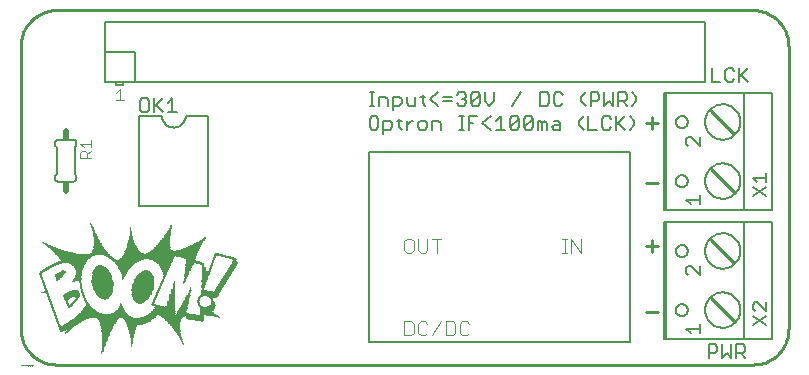
<source format=gto>
G75*
%MOIN*%
%OFA0B0*%
%FSLAX24Y24*%
%IPPOS*%
%LPD*%
%AMOC8*
5,1,8,0,0,1.08239X$1,22.5*
%
%ADD10C,0.0060*%
%ADD11C,0.0100*%
%ADD12C,0.0050*%
%ADD13C,0.0040*%
%ADD14R,0.0006X0.0006*%
%ADD15R,0.0012X0.0006*%
%ADD16R,0.0012X0.0006*%
%ADD17C,0.0000*%
%ADD18R,0.0018X0.0006*%
%ADD19R,0.0024X0.0006*%
%ADD20R,0.0024X0.0006*%
%ADD21R,0.0030X0.0006*%
%ADD22R,0.0036X0.0006*%
%ADD23R,0.0036X0.0006*%
%ADD24R,0.0042X0.0006*%
%ADD25R,0.0006X0.0006*%
%ADD26R,0.0048X0.0006*%
%ADD27R,0.0054X0.0006*%
%ADD28R,0.0054X0.0006*%
%ADD29R,0.0060X0.0006*%
%ADD30R,0.0066X0.0006*%
%ADD31R,0.0066X0.0006*%
%ADD32R,0.0072X0.0006*%
%ADD33R,0.0072X0.0006*%
%ADD34R,0.0078X0.0006*%
%ADD35R,0.0084X0.0006*%
%ADD36R,0.0084X0.0006*%
%ADD37R,0.0090X0.0006*%
%ADD38R,0.0090X0.0006*%
%ADD39R,0.0096X0.0006*%
%ADD40R,0.0102X0.0006*%
%ADD41R,0.0102X0.0006*%
%ADD42R,0.0018X0.0006*%
%ADD43R,0.0108X0.0006*%
%ADD44R,0.0114X0.0006*%
%ADD45R,0.0114X0.0006*%
%ADD46R,0.0030X0.0006*%
%ADD47R,0.0120X0.0006*%
%ADD48R,0.0012X0.0006*%
%ADD49R,0.0006X0.0006*%
%ADD50R,0.0126X0.0006*%
%ADD51R,0.0126X0.0006*%
%ADD52R,0.0132X0.0006*%
%ADD53R,0.0042X0.0006*%
%ADD54R,0.0138X0.0006*%
%ADD55R,0.0042X0.0006*%
%ADD56R,0.0138X0.0006*%
%ADD57R,0.0048X0.0006*%
%ADD58R,0.0018X0.0006*%
%ADD59R,0.0144X0.0006*%
%ADD60R,0.0150X0.0006*%
%ADD61R,0.0018X0.0006*%
%ADD62R,0.0150X0.0006*%
%ADD63R,0.0156X0.0006*%
%ADD64R,0.0024X0.0006*%
%ADD65R,0.0162X0.0006*%
%ADD66R,0.0060X0.0006*%
%ADD67R,0.0162X0.0006*%
%ADD68R,0.0168X0.0006*%
%ADD69R,0.0174X0.0006*%
%ADD70R,0.0174X0.0006*%
%ADD71R,0.0180X0.0006*%
%ADD72R,0.0036X0.0006*%
%ADD73R,0.0186X0.0006*%
%ADD74R,0.0048X0.0006*%
%ADD75R,0.0186X0.0006*%
%ADD76R,0.0192X0.0006*%
%ADD77R,0.0054X0.0006*%
%ADD78R,0.0198X0.0006*%
%ADD79R,0.0096X0.0006*%
%ADD80R,0.0198X0.0006*%
%ADD81R,0.0204X0.0006*%
%ADD82R,0.0210X0.0006*%
%ADD83R,0.0108X0.0006*%
%ADD84R,0.0210X0.0006*%
%ADD85R,0.0216X0.0006*%
%ADD86R,0.0072X0.0006*%
%ADD87R,0.0222X0.0006*%
%ADD88R,0.0222X0.0006*%
%ADD89R,0.0120X0.0006*%
%ADD90R,0.0078X0.0006*%
%ADD91R,0.0228X0.0006*%
%ADD92R,0.0234X0.0006*%
%ADD93R,0.0234X0.0006*%
%ADD94R,0.0132X0.0006*%
%ADD95R,0.0240X0.0006*%
%ADD96R,0.0252X0.0006*%
%ADD97R,0.0252X0.0006*%
%ADD98R,0.0144X0.0006*%
%ADD99R,0.0108X0.0006*%
%ADD100R,0.0258X0.0006*%
%ADD101R,0.0264X0.0006*%
%ADD102R,0.0270X0.0006*%
%ADD103R,0.0270X0.0006*%
%ADD104R,0.0276X0.0006*%
%ADD105R,0.0132X0.0006*%
%ADD106R,0.0282X0.0006*%
%ADD107R,0.0288X0.0006*%
%ADD108R,0.0294X0.0006*%
%ADD109R,0.0300X0.0006*%
%ADD110R,0.0300X0.0006*%
%ADD111R,0.0192X0.0006*%
%ADD112R,0.0306X0.0006*%
%ADD113R,0.0156X0.0006*%
%ADD114R,0.0162X0.0006*%
%ADD115R,0.0078X0.0006*%
%ADD116R,0.0318X0.0006*%
%ADD117R,0.0132X0.0006*%
%ADD118R,0.0318X0.0006*%
%ADD119R,0.0324X0.0006*%
%ADD120R,0.0174X0.0006*%
%ADD121R,0.0330X0.0006*%
%ADD122R,0.0228X0.0006*%
%ADD123R,0.0336X0.0006*%
%ADD124R,0.0342X0.0006*%
%ADD125R,0.0348X0.0006*%
%ADD126R,0.0198X0.0006*%
%ADD127R,0.0204X0.0006*%
%ADD128R,0.0354X0.0006*%
%ADD129R,0.0390X0.0006*%
%ADD130R,0.0354X0.0006*%
%ADD131R,0.0246X0.0006*%
%ADD132R,0.0204X0.0006*%
%ADD133R,0.0396X0.0006*%
%ADD134R,0.0360X0.0006*%
%ADD135R,0.0252X0.0006*%
%ADD136R,0.0402X0.0006*%
%ADD137R,0.0366X0.0006*%
%ADD138R,0.0414X0.0006*%
%ADD139R,0.0372X0.0006*%
%ADD140R,0.0258X0.0006*%
%ADD141R,0.0420X0.0006*%
%ADD142R,0.0432X0.0006*%
%ADD143R,0.0378X0.0006*%
%ADD144R,0.0264X0.0006*%
%ADD145R,0.0444X0.0006*%
%ADD146R,0.0378X0.0006*%
%ADD147R,0.0450X0.0006*%
%ADD148R,0.0390X0.0006*%
%ADD149R,0.0462X0.0006*%
%ADD150R,0.0246X0.0006*%
%ADD151R,0.0474X0.0006*%
%ADD152R,0.0396X0.0006*%
%ADD153R,0.0282X0.0006*%
%ADD154R,0.0480X0.0006*%
%ADD155R,0.0396X0.0006*%
%ADD156R,0.0288X0.0006*%
%ADD157R,0.0492X0.0006*%
%ADD158R,0.0402X0.0006*%
%ADD159R,0.0498X0.0006*%
%ADD160R,0.0408X0.0006*%
%ADD161R,0.0510X0.0006*%
%ADD162R,0.0414X0.0006*%
%ADD163R,0.0522X0.0006*%
%ADD164R,0.0528X0.0006*%
%ADD165R,0.0420X0.0006*%
%ADD166R,0.0312X0.0006*%
%ADD167R,0.0276X0.0006*%
%ADD168R,0.0426X0.0006*%
%ADD169R,0.0426X0.0006*%
%ADD170R,0.0312X0.0006*%
%ADD171R,0.0432X0.0006*%
%ADD172R,0.0408X0.0006*%
%ADD173R,0.0294X0.0006*%
%ADD174R,0.0408X0.0006*%
%ADD175R,0.0444X0.0006*%
%ADD176R,0.0336X0.0006*%
%ADD177R,0.0306X0.0006*%
%ADD178R,0.0336X0.0006*%
%ADD179R,0.0312X0.0006*%
%ADD180R,0.0456X0.0006*%
%ADD181R,0.0342X0.0006*%
%ADD182R,0.0348X0.0006*%
%ADD183R,0.0318X0.0006*%
%ADD184R,0.0468X0.0006*%
%ADD185R,0.0468X0.0006*%
%ADD186R,0.0360X0.0006*%
%ADD187R,0.0330X0.0006*%
%ADD188R,0.0384X0.0006*%
%ADD189R,0.0480X0.0006*%
%ADD190R,0.0066X0.0006*%
%ADD191R,0.0384X0.0006*%
%ADD192R,0.0486X0.0006*%
%ADD193R,0.0552X0.0006*%
%ADD194R,0.0354X0.0006*%
%ADD195R,0.0372X0.0006*%
%ADD196R,0.0582X0.0006*%
%ADD197R,0.0378X0.0006*%
%ADD198R,0.0498X0.0006*%
%ADD199R,0.0612X0.0006*%
%ADD200R,0.0366X0.0006*%
%ADD201R,0.0504X0.0006*%
%ADD202R,0.0636X0.0006*%
%ADD203R,0.0654X0.0006*%
%ADD204R,0.0378X0.0006*%
%ADD205R,0.0516X0.0006*%
%ADD206R,0.0672X0.0006*%
%ADD207R,0.0690X0.0006*%
%ADD208R,0.0366X0.0006*%
%ADD209R,0.0702X0.0006*%
%ADD210R,0.0396X0.0006*%
%ADD211R,0.0534X0.0006*%
%ADD212R,0.0720X0.0006*%
%ADD213R,0.0540X0.0006*%
%ADD214R,0.0732X0.0006*%
%ADD215R,0.0366X0.0006*%
%ADD216R,0.0546X0.0006*%
%ADD217R,0.0750X0.0006*%
%ADD218R,0.0762X0.0006*%
%ADD219R,0.0558X0.0006*%
%ADD220R,0.0780X0.0006*%
%ADD221R,0.0564X0.0006*%
%ADD222R,0.0792X0.0006*%
%ADD223R,0.0438X0.0006*%
%ADD224R,0.0576X0.0006*%
%ADD225R,0.0810X0.0006*%
%ADD226R,0.0828X0.0006*%
%ADD227R,0.0588X0.0006*%
%ADD228R,0.0834X0.0006*%
%ADD229R,0.0594X0.0006*%
%ADD230R,0.0852X0.0006*%
%ADD231R,0.0474X0.0006*%
%ADD232R,0.0606X0.0006*%
%ADD233R,0.0858X0.0006*%
%ADD234R,0.0612X0.0006*%
%ADD235R,0.0876X0.0006*%
%ADD236R,0.0618X0.0006*%
%ADD237R,0.0888X0.0006*%
%ADD238R,0.0630X0.0006*%
%ADD239R,0.0894X0.0006*%
%ADD240R,0.0288X0.0006*%
%ADD241R,0.0636X0.0006*%
%ADD242R,0.0912X0.0006*%
%ADD243R,0.0522X0.0006*%
%ADD244R,0.0648X0.0006*%
%ADD245R,0.0924X0.0006*%
%ADD246R,0.0528X0.0006*%
%ADD247R,0.0654X0.0006*%
%ADD248R,0.0936X0.0006*%
%ADD249R,0.0666X0.0006*%
%ADD250R,0.0948X0.0006*%
%ADD251R,0.0462X0.0006*%
%ADD252R,0.0678X0.0006*%
%ADD253R,0.0960X0.0006*%
%ADD254R,0.0558X0.0006*%
%ADD255R,0.0504X0.0006*%
%ADD256R,0.0408X0.0006*%
%ADD257R,0.0684X0.0006*%
%ADD258R,0.0966X0.0006*%
%ADD259R,0.0564X0.0006*%
%ADD260R,0.0534X0.0006*%
%ADD261R,0.0696X0.0006*%
%ADD262R,0.0984X0.0006*%
%ADD263R,0.0570X0.0006*%
%ADD264R,0.0708X0.0006*%
%ADD265R,0.0996X0.0006*%
%ADD266R,0.0588X0.0006*%
%ADD267R,0.0576X0.0006*%
%ADD268R,0.0432X0.0006*%
%ADD269R,0.0726X0.0006*%
%ADD270R,0.1008X0.0006*%
%ADD271R,0.0600X0.0006*%
%ADD272R,0.0582X0.0006*%
%ADD273R,0.0738X0.0006*%
%ADD274R,0.0456X0.0006*%
%ADD275R,0.0762X0.0006*%
%ADD276R,0.0618X0.0006*%
%ADD277R,0.0582X0.0006*%
%ADD278R,0.0780X0.0006*%
%ADD279R,0.0798X0.0006*%
%ADD280R,0.0648X0.0006*%
%ADD281R,0.0498X0.0006*%
%ADD282R,0.0834X0.0006*%
%ADD283R,0.0660X0.0006*%
%ADD284R,0.0864X0.0006*%
%ADD285R,0.0666X0.0006*%
%ADD286R,0.1500X0.0006*%
%ADD287R,0.0678X0.0006*%
%ADD288R,0.0576X0.0006*%
%ADD289R,0.1500X0.0006*%
%ADD290R,0.0696X0.0006*%
%ADD291R,0.1818X0.0006*%
%ADD292R,0.0708X0.0006*%
%ADD293R,0.1800X0.0006*%
%ADD294R,0.1782X0.0006*%
%ADD295R,0.0744X0.0006*%
%ADD296R,0.1764X0.0006*%
%ADD297R,0.0348X0.0006*%
%ADD298R,0.0762X0.0006*%
%ADD299R,0.1746X0.0006*%
%ADD300R,0.0774X0.0006*%
%ADD301R,0.1728X0.0006*%
%ADD302R,0.0192X0.0006*%
%ADD303R,0.1716X0.0006*%
%ADD304R,0.1698X0.0006*%
%ADD305R,0.1686X0.0006*%
%ADD306R,0.0504X0.0006*%
%ADD307R,0.0924X0.0006*%
%ADD308R,0.0282X0.0006*%
%ADD309R,0.1674X0.0006*%
%ADD310R,0.0516X0.0006*%
%ADD311R,0.0126X0.0006*%
%ADD312R,0.1662X0.0006*%
%ADD313R,0.0522X0.0006*%
%ADD314R,0.1650X0.0006*%
%ADD315R,0.1638X0.0006*%
%ADD316R,0.0528X0.0006*%
%ADD317R,0.0894X0.0006*%
%ADD318R,0.0546X0.0006*%
%ADD319R,0.0570X0.0006*%
%ADD320R,0.0522X0.0006*%
%ADD321R,0.0816X0.0006*%
%ADD322R,0.0792X0.0006*%
%ADD323R,0.0870X0.0006*%
%ADD324R,0.0762X0.0006*%
%ADD325R,0.0738X0.0006*%
%ADD326R,0.0714X0.0006*%
%ADD327R,0.0846X0.0006*%
%ADD328R,0.0372X0.0006*%
%ADD329R,0.0840X0.0006*%
%ADD330R,0.0468X0.0006*%
%ADD331R,0.0828X0.0006*%
%ADD332R,0.0624X0.0006*%
%ADD333R,0.0822X0.0006*%
%ADD334R,0.0306X0.0006*%
%ADD335R,0.0606X0.0006*%
%ADD336R,0.0810X0.0006*%
%ADD337R,0.0438X0.0006*%
%ADD338R,0.0804X0.0006*%
%ADD339R,0.0798X0.0006*%
%ADD340R,0.0552X0.0006*%
%ADD341R,0.0786X0.0006*%
%ADD342R,0.0516X0.0006*%
%ADD343R,0.0402X0.0006*%
%ADD344R,0.0282X0.0006*%
%ADD345R,0.0492X0.0006*%
%ADD346R,0.0276X0.0006*%
%ADD347R,0.0744X0.0006*%
%ADD348R,0.0450X0.0006*%
%ADD349R,0.0744X0.0006*%
%ADD350R,0.0426X0.0006*%
%ADD351R,0.0384X0.0006*%
%ADD352R,0.0258X0.0006*%
%ADD353R,0.0702X0.0006*%
%ADD354R,0.0462X0.0006*%
%ADD355R,0.0672X0.0006*%
%ADD356R,0.0660X0.0006*%
%ADD357R,0.0138X0.0006*%
%ADD358R,0.0234X0.0006*%
%ADD359R,0.0228X0.0006*%
%ADD360R,0.0042X0.0006*%
%ADD361R,0.0288X0.0006*%
%ADD362R,0.0180X0.0006*%
%ADD363R,0.0264X0.0006*%
%ADD364R,0.0102X0.0006*%
%ADD365R,0.0222X0.0006*%
%ADD366R,0.0096X0.0006*%
%ADD367R,0.0084X0.0006*%
%ADD368R,0.0012X0.0006*%
%ADD369R,0.0294X0.0006*%
%ADD370R,0.0222X0.0006*%
%ADD371R,0.0198X0.0006*%
%ADD372R,0.0168X0.0006*%
%ADD373R,0.0096X0.0006*%
%ADD374R,0.0078X0.0006*%
%ADD375R,0.0072X0.0006*%
%ADD376R,0.0192X0.0006*%
%ADD377R,0.0186X0.0006*%
%ADD378R,0.0252X0.0006*%
%ADD379R,0.0102X0.0006*%
%ADD380R,0.0240X0.0006*%
%ADD381R,0.0168X0.0006*%
%ADD382R,0.0066X0.0006*%
%ADD383R,0.0156X0.0006*%
%ADD384R,0.0054X0.0006*%
%ADD385R,0.0474X0.0006*%
%ADD386R,0.0114X0.0006*%
%ADD387R,0.0162X0.0006*%
%ADD388R,0.0216X0.0006*%
%ADD389R,0.0552X0.0006*%
%ADD390R,0.0558X0.0006*%
%ADD391R,0.0564X0.0006*%
%ADD392R,0.0138X0.0006*%
%ADD393R,0.0108X0.0006*%
%ADD394R,0.0594X0.0006*%
%ADD395R,0.0168X0.0006*%
%ADD396R,0.0144X0.0006*%
%ADD397R,0.0432X0.0006*%
%ADD398R,0.0612X0.0006*%
%ADD399R,0.0600X0.0006*%
%ADD400R,0.0438X0.0006*%
%ADD401R,0.0588X0.0006*%
%ADD402R,0.0642X0.0006*%
%ADD403R,0.0474X0.0006*%
%ADD404R,0.0456X0.0006*%
%ADD405R,0.0648X0.0006*%
%ADD406R,0.0612X0.0006*%
%ADD407R,0.0666X0.0006*%
%ADD408R,0.0582X0.0006*%
%ADD409R,0.0678X0.0006*%
%ADD410R,0.0630X0.0006*%
%ADD411R,0.0684X0.0006*%
%ADD412R,0.0606X0.0006*%
%ADD413R,0.0696X0.0006*%
%ADD414R,0.0606X0.0006*%
%ADD415R,0.0702X0.0006*%
%ADD416R,0.0624X0.0006*%
%ADD417R,0.0036X0.0006*%
%ADD418R,0.0708X0.0006*%
%ADD419R,0.0714X0.0006*%
%ADD420R,0.0672X0.0006*%
%ADD421R,0.0720X0.0006*%
%ADD422R,0.0228X0.0006*%
%ADD423R,0.0714X0.0006*%
%ADD424R,0.0690X0.0006*%
%ADD425R,0.0144X0.0006*%
%ADD426R,0.0672X0.0006*%
%ADD427R,0.0048X0.0006*%
%ADD428R,0.0702X0.0006*%
%ADD429R,0.0654X0.0006*%
%ADD430R,0.0216X0.0006*%
%ADD431R,0.0696X0.0006*%
%ADD432R,0.0642X0.0006*%
%ADD433R,0.0618X0.0006*%
%ADD434R,0.0174X0.0006*%
%ADD435R,0.0534X0.0006*%
%ADD436R,0.0648X0.0006*%
%ADD437R,0.0486X0.0006*%
%ADD438R,0.0216X0.0006*%
%ADD439R,0.0588X0.0006*%
%ADD440R,0.0084X0.0006*%
%ADD441R,0.0306X0.0006*%
%ADD442R,0.0528X0.0006*%
%ADD443R,0.0126X0.0006*%
%ADD444R,0.0354X0.0006*%
%ADD445R,0.0186X0.0006*%
%ADD446R,0.0342X0.0006*%
%ADD447R,0.0114X0.0006*%
%ADD448R,0.0312X0.0006*%
%ADD449R,0.0324X0.0006*%
%ADD450R,0.0456X0.0006*%
%ADD451R,0.0336X0.0006*%
%ADD452R,0.0384X0.0006*%
%ADD453R,0.0594X0.0006*%
%ADD454R,0.0264X0.0006*%
%ADD455R,0.0654X0.0006*%
%ADD456R,0.0732X0.0006*%
%ADD457R,0.0510X0.0006*%
%ADD458R,0.0918X0.0006*%
%ADD459R,0.0906X0.0006*%
%ADD460R,0.0756X0.0006*%
%ADD461R,0.0768X0.0006*%
%ADD462R,0.0888X0.0006*%
%ADD463R,0.0870X0.0006*%
%ADD464R,0.0798X0.0006*%
%ADD465R,0.0852X0.0006*%
%ADD466R,0.0852X0.0006*%
%ADD467R,0.0858X0.0006*%
%ADD468R,0.0888X0.0006*%
%ADD469R,0.0912X0.0006*%
%ADD470R,0.0732X0.0006*%
%ADD471R,0.0882X0.0006*%
%ADD472R,0.0678X0.0006*%
%ADD473R,0.0906X0.0006*%
%ADD474R,0.0750X0.0006*%
%ADD475R,0.0918X0.0006*%
%ADD476R,0.0930X0.0006*%
%ADD477R,0.0936X0.0006*%
%ADD478R,0.0960X0.0006*%
%ADD479R,0.1758X0.0006*%
%ADD480R,0.0972X0.0006*%
%ADD481R,0.1752X0.0006*%
%ADD482R,0.0984X0.0006*%
%ADD483R,0.1008X0.0006*%
%ADD484R,0.1740X0.0006*%
%ADD485R,0.1020X0.0006*%
%ADD486R,0.1740X0.0006*%
%ADD487R,0.0204X0.0006*%
%ADD488R,0.1032X0.0006*%
%ADD489R,0.1734X0.0006*%
%ADD490R,0.1044X0.0006*%
%ADD491R,0.1734X0.0006*%
%ADD492R,0.1062X0.0006*%
%ADD493R,0.1068X0.0006*%
%ADD494R,0.1086X0.0006*%
%ADD495R,0.1728X0.0006*%
%ADD496R,0.1098X0.0006*%
%ADD497R,0.1722X0.0006*%
%ADD498R,0.1116X0.0006*%
%ADD499R,0.1128X0.0006*%
%ADD500R,0.1722X0.0006*%
%ADD501R,0.1146X0.0006*%
%ADD502R,0.1158X0.0006*%
%ADD503R,0.1716X0.0006*%
%ADD504R,0.1176X0.0006*%
%ADD505R,0.1188X0.0006*%
%ADD506R,0.1206X0.0006*%
%ADD507R,0.2430X0.0006*%
%ADD508R,0.1224X0.0006*%
%ADD509R,0.2436X0.0006*%
%ADD510R,0.1248X0.0006*%
%ADD511R,0.2430X0.0006*%
%ADD512R,0.1272X0.0006*%
%ADD513R,0.0744X0.0006*%
%ADD514R,0.0258X0.0006*%
%ADD515R,0.0642X0.0006*%
%ADD516R,0.1680X0.0006*%
%ADD517R,0.1662X0.0006*%
%ADD518R,0.1650X0.0006*%
%ADD519R,0.0594X0.0006*%
%ADD520R,0.1644X0.0006*%
%ADD521R,0.1638X0.0006*%
%ADD522R,0.1626X0.0006*%
%ADD523R,0.1614X0.0006*%
%ADD524R,0.0504X0.0006*%
%ADD525R,0.1614X0.0006*%
%ADD526R,0.1602X0.0006*%
%ADD527R,0.1602X0.0006*%
%ADD528R,0.1590X0.0006*%
%ADD529R,0.1584X0.0006*%
%ADD530R,0.0444X0.0006*%
%ADD531R,0.0462X0.0006*%
%ADD532R,0.0492X0.0006*%
%ADD533R,0.1578X0.0006*%
%ADD534R,0.1578X0.0006*%
%ADD535R,0.1566X0.0006*%
%ADD536R,0.1560X0.0006*%
%ADD537R,0.0414X0.0006*%
%ADD538R,0.0558X0.0006*%
%ADD539R,0.0516X0.0006*%
%ADD540R,0.0324X0.0006*%
%ADD541R,0.0348X0.0006*%
%ADD542R,0.0246X0.0006*%
%ADD543R,0.0156X0.0006*%
%ADD544R,0.0024X0.0006*%
%ADD545C,0.0200*%
%ADD546R,0.0200X0.0100*%
D10*
X004450Y005800D02*
X006750Y005800D01*
X006750Y008800D01*
X006000Y008800D01*
X005998Y008761D01*
X005992Y008722D01*
X005983Y008684D01*
X005970Y008647D01*
X005953Y008611D01*
X005933Y008578D01*
X005909Y008546D01*
X005883Y008517D01*
X005854Y008491D01*
X005822Y008467D01*
X005789Y008447D01*
X005753Y008430D01*
X005716Y008417D01*
X005678Y008408D01*
X005639Y008402D01*
X005600Y008400D01*
X005561Y008402D01*
X005522Y008408D01*
X005484Y008417D01*
X005447Y008430D01*
X005411Y008447D01*
X005378Y008467D01*
X005346Y008491D01*
X005317Y008517D01*
X005291Y008546D01*
X005267Y008578D01*
X005247Y008611D01*
X005230Y008647D01*
X005217Y008684D01*
X005208Y008722D01*
X005202Y008761D01*
X005200Y008800D01*
X004450Y008800D01*
X004450Y005800D01*
X002350Y006700D02*
X002350Y006800D01*
X002300Y006850D01*
X002300Y007750D01*
X002350Y007800D01*
X002350Y007900D01*
X002348Y007917D01*
X002344Y007934D01*
X002337Y007950D01*
X002327Y007964D01*
X002314Y007977D01*
X002300Y007987D01*
X002284Y007994D01*
X002267Y007998D01*
X002250Y008000D01*
X001750Y008000D01*
X001733Y007998D01*
X001716Y007994D01*
X001700Y007987D01*
X001686Y007977D01*
X001673Y007964D01*
X001663Y007950D01*
X001656Y007934D01*
X001652Y007917D01*
X001650Y007900D01*
X001650Y007800D01*
X001700Y007750D01*
X001700Y006850D01*
X001650Y006800D01*
X001650Y006700D01*
X001652Y006683D01*
X001656Y006666D01*
X001663Y006650D01*
X001673Y006636D01*
X001686Y006623D01*
X001700Y006613D01*
X001716Y006606D01*
X001733Y006602D01*
X001750Y006600D01*
X002250Y006600D01*
X002267Y006602D01*
X002284Y006606D01*
X002300Y006613D01*
X002314Y006623D01*
X002327Y006636D01*
X002337Y006650D01*
X002344Y006666D01*
X002348Y006683D01*
X002350Y006700D01*
X012130Y008403D02*
X012203Y008330D01*
X012350Y008330D01*
X012424Y008403D01*
X012424Y008697D01*
X012350Y008770D01*
X012203Y008770D01*
X012130Y008697D01*
X012130Y008403D01*
X012590Y008330D02*
X012811Y008330D01*
X012884Y008403D01*
X012884Y008550D01*
X012811Y008624D01*
X012590Y008624D01*
X012590Y008183D01*
X013124Y008403D02*
X013198Y008330D01*
X013124Y008403D02*
X013124Y008697D01*
X013051Y008624D02*
X013198Y008624D01*
X013358Y008624D02*
X013358Y008330D01*
X013358Y008477D02*
X013505Y008624D01*
X013578Y008624D01*
X013741Y008550D02*
X013741Y008403D01*
X013815Y008330D01*
X013962Y008330D01*
X014035Y008403D01*
X014035Y008550D01*
X013962Y008624D01*
X013815Y008624D01*
X013741Y008550D01*
X014202Y008624D02*
X014202Y008330D01*
X014495Y008330D02*
X014495Y008550D01*
X014422Y008624D01*
X014202Y008624D01*
X015123Y008770D02*
X015269Y008770D01*
X015196Y008770D02*
X015196Y008330D01*
X015123Y008330D02*
X015269Y008330D01*
X015429Y008330D02*
X015429Y008770D01*
X015723Y008770D01*
X015576Y008550D02*
X015429Y008550D01*
X015890Y008550D02*
X016183Y008330D01*
X016350Y008330D02*
X016644Y008330D01*
X016497Y008330D02*
X016497Y008770D01*
X016350Y008624D01*
X016183Y008770D02*
X015890Y008550D01*
X016811Y008403D02*
X016884Y008330D01*
X017031Y008330D01*
X017104Y008403D01*
X017104Y008697D01*
X016811Y008403D01*
X016811Y008697D01*
X016884Y008770D01*
X017031Y008770D01*
X017104Y008697D01*
X017271Y008697D02*
X017344Y008770D01*
X017491Y008770D01*
X017565Y008697D01*
X017271Y008403D01*
X017344Y008330D01*
X017491Y008330D01*
X017565Y008403D01*
X017565Y008697D01*
X017731Y008624D02*
X017805Y008624D01*
X017878Y008550D01*
X017952Y008624D01*
X018025Y008550D01*
X018025Y008330D01*
X017878Y008330D02*
X017878Y008550D01*
X017731Y008624D02*
X017731Y008330D01*
X017271Y008403D02*
X017271Y008697D01*
X016887Y009130D02*
X017181Y009570D01*
X017808Y009570D02*
X018028Y009570D01*
X018102Y009497D01*
X018102Y009203D01*
X018028Y009130D01*
X017808Y009130D01*
X017808Y009570D01*
X018269Y009497D02*
X018269Y009203D01*
X018342Y009130D01*
X018489Y009130D01*
X018562Y009203D01*
X018562Y009497D02*
X018489Y009570D01*
X018342Y009570D01*
X018269Y009497D01*
X019189Y009424D02*
X019189Y009277D01*
X019336Y009130D01*
X019496Y009130D02*
X019496Y009570D01*
X019716Y009570D01*
X019790Y009497D01*
X019790Y009350D01*
X019716Y009277D01*
X019496Y009277D01*
X019336Y009570D02*
X019189Y009424D01*
X019957Y009570D02*
X019957Y009130D01*
X020103Y009277D01*
X020250Y009130D01*
X020250Y009570D01*
X020417Y009570D02*
X020637Y009570D01*
X020711Y009497D01*
X020711Y009350D01*
X020637Y009277D01*
X020417Y009277D01*
X020564Y009277D02*
X020711Y009130D01*
X020877Y009130D02*
X021024Y009277D01*
X021024Y009424D01*
X020877Y009570D01*
X020417Y009570D02*
X020417Y009130D01*
X020340Y008770D02*
X020340Y008330D01*
X020174Y008403D02*
X020100Y008330D01*
X019953Y008330D01*
X019880Y008403D01*
X019880Y008697D01*
X019953Y008770D01*
X020100Y008770D01*
X020174Y008697D01*
X020340Y008477D02*
X020634Y008770D01*
X020801Y008770D02*
X020948Y008624D01*
X020948Y008477D01*
X020801Y008330D01*
X020634Y008330D02*
X020414Y008550D01*
X019713Y008330D02*
X019420Y008330D01*
X019420Y008770D01*
X019259Y008770D02*
X019113Y008624D01*
X019113Y008477D01*
X019259Y008330D01*
X018485Y008330D02*
X018265Y008330D01*
X018192Y008403D01*
X018265Y008477D01*
X018485Y008477D01*
X018485Y008550D02*
X018485Y008330D01*
X018485Y008550D02*
X018412Y008624D01*
X018265Y008624D01*
X016260Y009277D02*
X016113Y009130D01*
X015967Y009277D01*
X015967Y009570D01*
X015800Y009497D02*
X015506Y009203D01*
X015580Y009130D01*
X015726Y009130D01*
X015800Y009203D01*
X015800Y009497D01*
X015726Y009570D01*
X015580Y009570D01*
X015506Y009497D01*
X015506Y009203D01*
X015339Y009203D02*
X015339Y009277D01*
X015266Y009350D01*
X015193Y009350D01*
X015266Y009350D02*
X015339Y009424D01*
X015339Y009497D01*
X015266Y009570D01*
X015119Y009570D01*
X015046Y009497D01*
X014879Y009424D02*
X014585Y009424D01*
X014585Y009277D02*
X014879Y009277D01*
X015046Y009203D02*
X015119Y009130D01*
X015266Y009130D01*
X015339Y009203D01*
X016260Y009277D02*
X016260Y009570D01*
X014419Y009570D02*
X014125Y009350D01*
X014419Y009130D01*
X013965Y009130D02*
X013892Y009203D01*
X013892Y009497D01*
X013818Y009424D02*
X013965Y009424D01*
X013651Y009424D02*
X013651Y009130D01*
X013431Y009130D01*
X013358Y009203D01*
X013358Y009424D01*
X013191Y009350D02*
X013191Y009203D01*
X013118Y009130D01*
X012897Y009130D01*
X012897Y008983D02*
X012897Y009424D01*
X013118Y009424D01*
X013191Y009350D01*
X012731Y009350D02*
X012731Y009130D01*
X012437Y009130D02*
X012437Y009424D01*
X012657Y009424D01*
X012731Y009350D01*
X012277Y009130D02*
X012130Y009130D01*
X012203Y009130D02*
X012203Y009570D01*
X012130Y009570D02*
X012277Y009570D01*
X021930Y009566D02*
X021930Y005636D01*
X022010Y005636D01*
X022010Y009566D01*
X024610Y009566D01*
X025550Y009566D01*
X025550Y005636D01*
X024610Y005636D01*
X022010Y005636D01*
X022010Y005266D02*
X024610Y005266D01*
X025550Y005266D01*
X025550Y001336D01*
X024610Y001336D01*
X022010Y001336D01*
X021930Y001336D01*
X021930Y005266D01*
X022010Y005266D01*
X022010Y001336D01*
X023430Y001170D02*
X023430Y000730D01*
X023430Y000877D02*
X023650Y000877D01*
X023724Y000950D01*
X023724Y001097D01*
X023650Y001170D01*
X023430Y001170D01*
X023890Y001170D02*
X023890Y000730D01*
X024037Y000877D01*
X024184Y000730D01*
X024184Y001170D01*
X024351Y001170D02*
X024571Y001170D01*
X024644Y001097D01*
X024644Y000950D01*
X024571Y000877D01*
X024351Y000877D01*
X024498Y000877D02*
X024644Y000730D01*
X024351Y000730D02*
X024351Y001170D01*
X024610Y001336D02*
X024610Y001966D01*
X024610Y002666D01*
X024610Y003936D01*
X024610Y004636D01*
X024610Y005266D01*
X024610Y005636D02*
X024610Y006266D01*
X024610Y006966D01*
X024610Y008236D01*
X024610Y008936D01*
X024610Y009566D01*
X024744Y009930D02*
X024524Y010150D01*
X024451Y010077D02*
X024744Y010370D01*
X024451Y010370D02*
X024451Y009930D01*
X024284Y010003D02*
X024211Y009930D01*
X024064Y009930D01*
X023990Y010003D01*
X023990Y010297D01*
X024064Y010370D01*
X024211Y010370D01*
X024284Y010297D01*
X023824Y009930D02*
X023530Y009930D01*
X023530Y010370D01*
X022010Y009566D02*
X021930Y009566D01*
X022330Y008586D02*
X022332Y008614D01*
X022338Y008641D01*
X022347Y008667D01*
X022360Y008692D01*
X022377Y008715D01*
X022396Y008735D01*
X022418Y008752D01*
X022442Y008766D01*
X022468Y008776D01*
X022495Y008783D01*
X022523Y008786D01*
X022551Y008785D01*
X022578Y008780D01*
X022605Y008771D01*
X022630Y008759D01*
X022653Y008744D01*
X022674Y008725D01*
X022692Y008704D01*
X022707Y008680D01*
X022718Y008654D01*
X022726Y008628D01*
X022730Y008600D01*
X022730Y008572D01*
X022726Y008544D01*
X022718Y008518D01*
X022707Y008492D01*
X022692Y008468D01*
X022674Y008447D01*
X022653Y008428D01*
X022630Y008413D01*
X022605Y008401D01*
X022578Y008392D01*
X022551Y008387D01*
X022523Y008386D01*
X022495Y008389D01*
X022468Y008396D01*
X022442Y008406D01*
X022418Y008420D01*
X022396Y008437D01*
X022377Y008457D01*
X022360Y008480D01*
X022347Y008505D01*
X022338Y008531D01*
X022332Y008558D01*
X022330Y008586D01*
X023310Y008586D02*
X023312Y008634D01*
X023318Y008682D01*
X023328Y008729D01*
X023341Y008775D01*
X023358Y008820D01*
X023379Y008863D01*
X023404Y008905D01*
X023431Y008944D01*
X023462Y008981D01*
X023496Y009016D01*
X023532Y009047D01*
X023571Y009076D01*
X023612Y009101D01*
X023655Y009123D01*
X023699Y009141D01*
X023745Y009155D01*
X023792Y009166D01*
X023840Y009173D01*
X023888Y009176D01*
X023936Y009175D01*
X023984Y009170D01*
X024031Y009161D01*
X024078Y009149D01*
X024123Y009132D01*
X024167Y009112D01*
X024209Y009089D01*
X024249Y009062D01*
X024286Y009032D01*
X024321Y008999D01*
X024354Y008963D01*
X024383Y008925D01*
X024409Y008884D01*
X024432Y008842D01*
X024451Y008798D01*
X024466Y008752D01*
X024478Y008706D01*
X024486Y008658D01*
X024490Y008610D01*
X024490Y008562D01*
X024486Y008514D01*
X024478Y008466D01*
X024466Y008420D01*
X024451Y008374D01*
X024432Y008330D01*
X024409Y008288D01*
X024383Y008247D01*
X024354Y008209D01*
X024321Y008173D01*
X024286Y008140D01*
X024249Y008110D01*
X024209Y008083D01*
X024167Y008060D01*
X024123Y008040D01*
X024078Y008023D01*
X024031Y008011D01*
X023984Y008002D01*
X023936Y007997D01*
X023888Y007996D01*
X023840Y007999D01*
X023792Y008006D01*
X023745Y008017D01*
X023699Y008031D01*
X023655Y008049D01*
X023612Y008071D01*
X023571Y008096D01*
X023532Y008125D01*
X023496Y008156D01*
X023462Y008191D01*
X023431Y008228D01*
X023404Y008267D01*
X023379Y008309D01*
X023358Y008352D01*
X023341Y008397D01*
X023328Y008443D01*
X023318Y008490D01*
X023312Y008538D01*
X023310Y008586D01*
X023310Y006616D02*
X023312Y006664D01*
X023318Y006712D01*
X023328Y006759D01*
X023341Y006805D01*
X023358Y006850D01*
X023379Y006893D01*
X023404Y006935D01*
X023431Y006974D01*
X023462Y007011D01*
X023496Y007046D01*
X023532Y007077D01*
X023571Y007106D01*
X023612Y007131D01*
X023655Y007153D01*
X023699Y007171D01*
X023745Y007185D01*
X023792Y007196D01*
X023840Y007203D01*
X023888Y007206D01*
X023936Y007205D01*
X023984Y007200D01*
X024031Y007191D01*
X024078Y007179D01*
X024123Y007162D01*
X024167Y007142D01*
X024209Y007119D01*
X024249Y007092D01*
X024286Y007062D01*
X024321Y007029D01*
X024354Y006993D01*
X024383Y006955D01*
X024409Y006914D01*
X024432Y006872D01*
X024451Y006828D01*
X024466Y006782D01*
X024478Y006736D01*
X024486Y006688D01*
X024490Y006640D01*
X024490Y006592D01*
X024486Y006544D01*
X024478Y006496D01*
X024466Y006450D01*
X024451Y006404D01*
X024432Y006360D01*
X024409Y006318D01*
X024383Y006277D01*
X024354Y006239D01*
X024321Y006203D01*
X024286Y006170D01*
X024249Y006140D01*
X024209Y006113D01*
X024167Y006090D01*
X024123Y006070D01*
X024078Y006053D01*
X024031Y006041D01*
X023984Y006032D01*
X023936Y006027D01*
X023888Y006026D01*
X023840Y006029D01*
X023792Y006036D01*
X023745Y006047D01*
X023699Y006061D01*
X023655Y006079D01*
X023612Y006101D01*
X023571Y006126D01*
X023532Y006155D01*
X023496Y006186D01*
X023462Y006221D01*
X023431Y006258D01*
X023404Y006297D01*
X023379Y006339D01*
X023358Y006382D01*
X023341Y006427D01*
X023328Y006473D01*
X023318Y006520D01*
X023312Y006568D01*
X023310Y006616D01*
X022330Y006616D02*
X022332Y006644D01*
X022338Y006671D01*
X022347Y006697D01*
X022360Y006722D01*
X022377Y006745D01*
X022396Y006765D01*
X022418Y006782D01*
X022442Y006796D01*
X022468Y006806D01*
X022495Y006813D01*
X022523Y006816D01*
X022551Y006815D01*
X022578Y006810D01*
X022605Y006801D01*
X022630Y006789D01*
X022653Y006774D01*
X022674Y006755D01*
X022692Y006734D01*
X022707Y006710D01*
X022718Y006684D01*
X022726Y006658D01*
X022730Y006630D01*
X022730Y006602D01*
X022726Y006574D01*
X022718Y006548D01*
X022707Y006522D01*
X022692Y006498D01*
X022674Y006477D01*
X022653Y006458D01*
X022630Y006443D01*
X022605Y006431D01*
X022578Y006422D01*
X022551Y006417D01*
X022523Y006416D01*
X022495Y006419D01*
X022468Y006426D01*
X022442Y006436D01*
X022418Y006450D01*
X022396Y006467D01*
X022377Y006487D01*
X022360Y006510D01*
X022347Y006535D01*
X022338Y006561D01*
X022332Y006588D01*
X022330Y006616D01*
X022330Y004286D02*
X022332Y004314D01*
X022338Y004341D01*
X022347Y004367D01*
X022360Y004392D01*
X022377Y004415D01*
X022396Y004435D01*
X022418Y004452D01*
X022442Y004466D01*
X022468Y004476D01*
X022495Y004483D01*
X022523Y004486D01*
X022551Y004485D01*
X022578Y004480D01*
X022605Y004471D01*
X022630Y004459D01*
X022653Y004444D01*
X022674Y004425D01*
X022692Y004404D01*
X022707Y004380D01*
X022718Y004354D01*
X022726Y004328D01*
X022730Y004300D01*
X022730Y004272D01*
X022726Y004244D01*
X022718Y004218D01*
X022707Y004192D01*
X022692Y004168D01*
X022674Y004147D01*
X022653Y004128D01*
X022630Y004113D01*
X022605Y004101D01*
X022578Y004092D01*
X022551Y004087D01*
X022523Y004086D01*
X022495Y004089D01*
X022468Y004096D01*
X022442Y004106D01*
X022418Y004120D01*
X022396Y004137D01*
X022377Y004157D01*
X022360Y004180D01*
X022347Y004205D01*
X022338Y004231D01*
X022332Y004258D01*
X022330Y004286D01*
X023310Y004286D02*
X023312Y004334D01*
X023318Y004382D01*
X023328Y004429D01*
X023341Y004475D01*
X023358Y004520D01*
X023379Y004563D01*
X023404Y004605D01*
X023431Y004644D01*
X023462Y004681D01*
X023496Y004716D01*
X023532Y004747D01*
X023571Y004776D01*
X023612Y004801D01*
X023655Y004823D01*
X023699Y004841D01*
X023745Y004855D01*
X023792Y004866D01*
X023840Y004873D01*
X023888Y004876D01*
X023936Y004875D01*
X023984Y004870D01*
X024031Y004861D01*
X024078Y004849D01*
X024123Y004832D01*
X024167Y004812D01*
X024209Y004789D01*
X024249Y004762D01*
X024286Y004732D01*
X024321Y004699D01*
X024354Y004663D01*
X024383Y004625D01*
X024409Y004584D01*
X024432Y004542D01*
X024451Y004498D01*
X024466Y004452D01*
X024478Y004406D01*
X024486Y004358D01*
X024490Y004310D01*
X024490Y004262D01*
X024486Y004214D01*
X024478Y004166D01*
X024466Y004120D01*
X024451Y004074D01*
X024432Y004030D01*
X024409Y003988D01*
X024383Y003947D01*
X024354Y003909D01*
X024321Y003873D01*
X024286Y003840D01*
X024249Y003810D01*
X024209Y003783D01*
X024167Y003760D01*
X024123Y003740D01*
X024078Y003723D01*
X024031Y003711D01*
X023984Y003702D01*
X023936Y003697D01*
X023888Y003696D01*
X023840Y003699D01*
X023792Y003706D01*
X023745Y003717D01*
X023699Y003731D01*
X023655Y003749D01*
X023612Y003771D01*
X023571Y003796D01*
X023532Y003825D01*
X023496Y003856D01*
X023462Y003891D01*
X023431Y003928D01*
X023404Y003967D01*
X023379Y004009D01*
X023358Y004052D01*
X023341Y004097D01*
X023328Y004143D01*
X023318Y004190D01*
X023312Y004238D01*
X023310Y004286D01*
X023310Y002316D02*
X023312Y002364D01*
X023318Y002412D01*
X023328Y002459D01*
X023341Y002505D01*
X023358Y002550D01*
X023379Y002593D01*
X023404Y002635D01*
X023431Y002674D01*
X023462Y002711D01*
X023496Y002746D01*
X023532Y002777D01*
X023571Y002806D01*
X023612Y002831D01*
X023655Y002853D01*
X023699Y002871D01*
X023745Y002885D01*
X023792Y002896D01*
X023840Y002903D01*
X023888Y002906D01*
X023936Y002905D01*
X023984Y002900D01*
X024031Y002891D01*
X024078Y002879D01*
X024123Y002862D01*
X024167Y002842D01*
X024209Y002819D01*
X024249Y002792D01*
X024286Y002762D01*
X024321Y002729D01*
X024354Y002693D01*
X024383Y002655D01*
X024409Y002614D01*
X024432Y002572D01*
X024451Y002528D01*
X024466Y002482D01*
X024478Y002436D01*
X024486Y002388D01*
X024490Y002340D01*
X024490Y002292D01*
X024486Y002244D01*
X024478Y002196D01*
X024466Y002150D01*
X024451Y002104D01*
X024432Y002060D01*
X024409Y002018D01*
X024383Y001977D01*
X024354Y001939D01*
X024321Y001903D01*
X024286Y001870D01*
X024249Y001840D01*
X024209Y001813D01*
X024167Y001790D01*
X024123Y001770D01*
X024078Y001753D01*
X024031Y001741D01*
X023984Y001732D01*
X023936Y001727D01*
X023888Y001726D01*
X023840Y001729D01*
X023792Y001736D01*
X023745Y001747D01*
X023699Y001761D01*
X023655Y001779D01*
X023612Y001801D01*
X023571Y001826D01*
X023532Y001855D01*
X023496Y001886D01*
X023462Y001921D01*
X023431Y001958D01*
X023404Y001997D01*
X023379Y002039D01*
X023358Y002082D01*
X023341Y002127D01*
X023328Y002173D01*
X023318Y002220D01*
X023312Y002268D01*
X023310Y002316D01*
X022330Y002316D02*
X022332Y002344D01*
X022338Y002371D01*
X022347Y002397D01*
X022360Y002422D01*
X022377Y002445D01*
X022396Y002465D01*
X022418Y002482D01*
X022442Y002496D01*
X022468Y002506D01*
X022495Y002513D01*
X022523Y002516D01*
X022551Y002515D01*
X022578Y002510D01*
X022605Y002501D01*
X022630Y002489D01*
X022653Y002474D01*
X022674Y002455D01*
X022692Y002434D01*
X022707Y002410D01*
X022718Y002384D01*
X022726Y002358D01*
X022730Y002330D01*
X022730Y002302D01*
X022726Y002274D01*
X022718Y002248D01*
X022707Y002222D01*
X022692Y002198D01*
X022674Y002177D01*
X022653Y002158D01*
X022630Y002143D01*
X022605Y002131D01*
X022578Y002122D01*
X022551Y002117D01*
X022523Y002116D01*
X022495Y002119D01*
X022468Y002126D01*
X022442Y002136D01*
X022418Y002150D01*
X022396Y002167D01*
X022377Y002187D01*
X022360Y002210D01*
X022347Y002235D01*
X022338Y002261D01*
X022332Y002288D01*
X022330Y002316D01*
D11*
X021750Y002250D02*
X021350Y002250D01*
X023510Y002716D02*
X024300Y001926D01*
X024909Y000500D02*
X024975Y000502D01*
X025041Y000507D01*
X025107Y000517D01*
X025172Y000530D01*
X025236Y000546D01*
X025299Y000566D01*
X025361Y000590D01*
X025421Y000617D01*
X025480Y000647D01*
X025537Y000681D01*
X025592Y000718D01*
X025645Y000758D01*
X025696Y000800D01*
X025744Y000846D01*
X025790Y000894D01*
X025832Y000945D01*
X025872Y000998D01*
X025909Y001053D01*
X025943Y001110D01*
X025973Y001169D01*
X026000Y001229D01*
X026024Y001291D01*
X026044Y001354D01*
X026060Y001418D01*
X026073Y001483D01*
X026083Y001549D01*
X026088Y001615D01*
X026090Y001681D01*
X026091Y001681D02*
X026091Y011130D01*
X026090Y011130D02*
X026088Y011196D01*
X026083Y011262D01*
X026073Y011328D01*
X026060Y011393D01*
X026044Y011457D01*
X026024Y011520D01*
X026000Y011582D01*
X025973Y011642D01*
X025943Y011701D01*
X025909Y011758D01*
X025872Y011813D01*
X025832Y011866D01*
X025790Y011917D01*
X025744Y011965D01*
X025696Y012011D01*
X025645Y012053D01*
X025592Y012093D01*
X025537Y012130D01*
X025480Y012164D01*
X025421Y012194D01*
X025361Y012221D01*
X025299Y012245D01*
X025236Y012265D01*
X025172Y012281D01*
X025107Y012294D01*
X025041Y012304D01*
X024975Y012309D01*
X024909Y012311D01*
X001681Y012311D01*
X001615Y012309D01*
X001549Y012304D01*
X001483Y012294D01*
X001418Y012281D01*
X001354Y012265D01*
X001291Y012245D01*
X001229Y012221D01*
X001169Y012194D01*
X001110Y012164D01*
X001053Y012130D01*
X000998Y012093D01*
X000945Y012053D01*
X000894Y012011D01*
X000846Y011965D01*
X000800Y011917D01*
X000758Y011866D01*
X000718Y011813D01*
X000681Y011758D01*
X000647Y011701D01*
X000617Y011642D01*
X000590Y011582D01*
X000566Y011520D01*
X000546Y011457D01*
X000530Y011393D01*
X000517Y011328D01*
X000507Y011262D01*
X000502Y011196D01*
X000500Y011130D01*
X000500Y001681D01*
X000502Y001615D01*
X000507Y001549D01*
X000517Y001483D01*
X000530Y001418D01*
X000546Y001354D01*
X000566Y001291D01*
X000590Y001229D01*
X000617Y001169D01*
X000647Y001110D01*
X000681Y001053D01*
X000718Y000998D01*
X000758Y000945D01*
X000800Y000894D01*
X000846Y000846D01*
X000894Y000800D01*
X000945Y000758D01*
X000998Y000718D01*
X001053Y000681D01*
X001110Y000647D01*
X001169Y000617D01*
X001229Y000590D01*
X001291Y000566D01*
X001354Y000546D01*
X001418Y000530D01*
X001483Y000517D01*
X001549Y000507D01*
X001615Y000502D01*
X001681Y000500D01*
X024909Y000500D01*
X024290Y003886D02*
X023500Y004666D01*
X021750Y004450D02*
X021350Y004450D01*
X021550Y004650D02*
X021550Y004250D01*
X024300Y006226D02*
X023510Y007016D01*
X021750Y006550D02*
X021350Y006550D01*
X023500Y008966D02*
X024290Y008186D01*
X021750Y008550D02*
X021350Y008550D01*
X021550Y008750D02*
X021550Y008350D01*
D12*
X022675Y008016D02*
X022675Y007866D01*
X022750Y007791D01*
X022675Y008016D02*
X022750Y008091D01*
X022825Y008091D01*
X023125Y007791D01*
X023125Y008091D01*
X020801Y007599D02*
X020801Y001261D01*
X020761Y001261D02*
X012100Y001261D01*
X012100Y001300D02*
X012100Y007599D01*
X020801Y007599D01*
X023125Y006141D02*
X023125Y005841D01*
X023125Y005991D02*
X022675Y005991D01*
X022825Y005841D01*
X024895Y006111D02*
X025345Y006411D01*
X025345Y006571D02*
X025345Y006871D01*
X025345Y006721D02*
X024895Y006721D01*
X025045Y006571D01*
X024895Y006411D02*
X025345Y006111D01*
X023125Y003791D02*
X023125Y003491D01*
X022825Y003791D01*
X022750Y003791D01*
X022675Y003716D01*
X022675Y003566D01*
X022750Y003491D01*
X024895Y002496D02*
X024895Y002346D01*
X024970Y002271D01*
X025045Y002571D02*
X025345Y002271D01*
X025345Y002571D01*
X025045Y002571D02*
X024970Y002571D01*
X024895Y002496D01*
X024895Y002111D02*
X025345Y001811D01*
X025345Y002111D02*
X024895Y001811D01*
X023125Y001841D02*
X023125Y001541D01*
X023125Y001691D02*
X022675Y001691D01*
X022825Y001541D01*
X012139Y001300D02*
X012100Y001300D01*
X005696Y008925D02*
X005396Y008925D01*
X005546Y008925D02*
X005546Y009375D01*
X005396Y009225D01*
X005236Y009375D02*
X004935Y009075D01*
X005010Y009150D02*
X005236Y008925D01*
X004935Y008925D02*
X004935Y009375D01*
X004775Y009300D02*
X004700Y009375D01*
X004550Y009375D01*
X004475Y009300D01*
X004475Y009000D01*
X004550Y008925D01*
X004700Y008925D01*
X004775Y009000D01*
X004775Y009300D01*
X003920Y009808D02*
X003920Y009933D01*
X004295Y009933D01*
X004295Y010933D01*
X003295Y010933D01*
X003295Y009933D01*
X003670Y009933D01*
X003670Y009808D01*
X003920Y009808D01*
X003920Y009933D02*
X003670Y009933D01*
X004295Y009933D02*
X023295Y009933D01*
X023295Y011933D01*
X003295Y011933D01*
X003295Y010933D01*
D13*
X003810Y009688D02*
X003810Y009328D01*
X003690Y009328D02*
X003930Y009328D01*
X003690Y009568D02*
X003810Y009688D01*
X002830Y007984D02*
X002830Y007751D01*
X002830Y007868D02*
X002480Y007868D01*
X002596Y007751D01*
X002538Y007625D02*
X002655Y007625D01*
X002713Y007567D01*
X002713Y007392D01*
X002713Y007509D02*
X002830Y007625D01*
X002538Y007625D02*
X002480Y007567D01*
X002480Y007392D01*
X002830Y007392D01*
X013289Y004617D02*
X013289Y004310D01*
X013366Y004233D01*
X013519Y004233D01*
X013596Y004310D01*
X013596Y004617D01*
X013519Y004694D01*
X013366Y004694D01*
X013289Y004617D01*
X013750Y004694D02*
X013750Y004310D01*
X013826Y004233D01*
X013980Y004233D01*
X014057Y004310D01*
X014057Y004694D01*
X014210Y004694D02*
X014517Y004694D01*
X014364Y004694D02*
X014364Y004233D01*
X018549Y004233D02*
X018703Y004233D01*
X018626Y004233D02*
X018626Y004694D01*
X018549Y004694D02*
X018703Y004694D01*
X018856Y004694D02*
X019163Y004233D01*
X019163Y004694D01*
X018856Y004694D02*
X018856Y004233D01*
X015438Y001861D02*
X015361Y001938D01*
X015208Y001938D01*
X015131Y001861D01*
X015131Y001554D01*
X015208Y001477D01*
X015361Y001477D01*
X015438Y001554D01*
X014977Y001554D02*
X014977Y001861D01*
X014901Y001938D01*
X014670Y001938D01*
X014670Y001477D01*
X014901Y001477D01*
X014977Y001554D01*
X014517Y001938D02*
X014210Y001477D01*
X014057Y001554D02*
X013980Y001477D01*
X013826Y001477D01*
X013750Y001554D01*
X013750Y001861D01*
X013826Y001938D01*
X013980Y001938D01*
X014057Y001861D01*
X013596Y001861D02*
X013596Y001554D01*
X013519Y001477D01*
X013289Y001477D01*
X013289Y001938D01*
X013519Y001938D01*
X013596Y001861D01*
D14*
X006674Y002948D03*
X006188Y003038D03*
X006182Y003026D03*
X005636Y003242D03*
X005336Y002426D03*
X005732Y002246D03*
X004964Y002372D03*
X005936Y001166D03*
X004208Y001094D03*
X004208Y001088D03*
X004208Y001082D03*
X003248Y000932D03*
X003212Y000848D03*
X003212Y000848D03*
X003212Y000842D03*
X003212Y000842D03*
X001832Y001778D03*
X002186Y001964D03*
X004178Y005054D03*
X005534Y005132D03*
D15*
X005531Y005126D03*
X006665Y004724D03*
X004721Y003608D03*
X003911Y003332D03*
X003845Y002504D03*
X004709Y002126D03*
X006185Y003032D03*
X005915Y001208D03*
X005921Y001196D03*
X004211Y001106D03*
X003215Y000854D03*
X003215Y000854D03*
X002009Y001532D03*
X001241Y004562D03*
X004175Y005018D03*
X004175Y005024D03*
X004175Y005036D03*
X004175Y005042D03*
X004175Y005048D03*
D16*
X004175Y005030D03*
X002849Y005180D03*
X006179Y003020D03*
X003305Y002660D03*
X005909Y001220D03*
X005921Y001190D03*
X003215Y000860D03*
X003215Y000860D03*
D17*
X000502Y000470D02*
X000500Y000472D01*
X000500Y000480D01*
X000502Y000482D01*
X000506Y000482D01*
X000508Y000480D01*
X000506Y000482D01*
X000502Y000482D01*
X000500Y000480D01*
X000500Y000472D01*
X000502Y000470D01*
X000506Y000470D01*
X000508Y000472D01*
X000506Y000470D01*
X000502Y000470D01*
X000511Y000470D02*
X000511Y000472D01*
X000513Y000472D01*
X000513Y000470D01*
X000511Y000470D01*
X000511Y000472D01*
X000513Y000472D01*
X000513Y000470D01*
X000511Y000470D01*
X000517Y000470D02*
X000525Y000482D01*
X000517Y000470D01*
X000513Y000476D02*
X000511Y000476D01*
X000511Y000478D01*
X000513Y000478D01*
X000513Y000476D01*
X000511Y000476D01*
X000511Y000478D01*
X000513Y000478D01*
X000513Y000476D01*
X000528Y000472D02*
X000530Y000470D01*
X000534Y000470D01*
X000536Y000472D01*
X000536Y000482D01*
X000536Y000472D01*
X000534Y000470D01*
X000530Y000470D01*
X000528Y000472D01*
X000528Y000482D01*
X000528Y000472D01*
X000539Y000470D02*
X000545Y000470D01*
X000547Y000472D01*
X000545Y000474D01*
X000541Y000474D01*
X000539Y000476D01*
X000541Y000478D01*
X000547Y000478D01*
X000541Y000478D01*
X000539Y000476D01*
X000541Y000474D01*
X000545Y000474D01*
X000547Y000472D01*
X000545Y000470D01*
X000539Y000470D01*
X000550Y000472D02*
X000550Y000476D01*
X000552Y000478D01*
X000556Y000478D01*
X000558Y000476D01*
X000558Y000474D01*
X000550Y000474D01*
X000558Y000474D01*
X000558Y000476D01*
X000556Y000478D01*
X000552Y000478D01*
X000550Y000476D01*
X000550Y000472D01*
X000552Y000470D01*
X000556Y000470D01*
X000552Y000470D01*
X000550Y000472D01*
X000561Y000470D02*
X000561Y000478D01*
X000561Y000470D01*
X000561Y000474D02*
X000565Y000478D01*
X000567Y000478D01*
X000565Y000478D01*
X000561Y000474D01*
X000570Y000476D02*
X000572Y000478D01*
X000578Y000478D01*
X000572Y000478D01*
X000570Y000476D01*
X000572Y000474D01*
X000576Y000474D01*
X000578Y000472D01*
X000576Y000470D01*
X000570Y000470D01*
X000576Y000470D01*
X000578Y000472D01*
X000576Y000474D01*
X000572Y000474D01*
X000570Y000476D01*
X000581Y000470D02*
X000589Y000482D01*
X000581Y000470D01*
X000592Y000470D02*
X000598Y000470D01*
X000600Y000472D01*
X000600Y000476D01*
X000598Y000478D01*
X000592Y000478D01*
X000598Y000478D01*
X000600Y000476D01*
X000600Y000472D01*
X000598Y000470D01*
X000592Y000470D01*
X000592Y000482D01*
X000592Y000470D01*
X000603Y000472D02*
X000605Y000474D01*
X000611Y000474D01*
X000605Y000474D01*
X000603Y000472D01*
X000605Y000470D01*
X000611Y000470D01*
X000611Y000476D01*
X000609Y000478D01*
X000605Y000478D01*
X000609Y000478D01*
X000611Y000476D01*
X000611Y000470D01*
X000605Y000470D01*
X000603Y000472D01*
X000614Y000474D02*
X000620Y000478D01*
X000614Y000474D01*
X000620Y000470D01*
X000614Y000474D01*
X000614Y000470D02*
X000614Y000482D01*
X000614Y000470D01*
X000623Y000472D02*
X000625Y000474D01*
X000631Y000474D01*
X000625Y000474D01*
X000623Y000472D01*
X000625Y000470D01*
X000631Y000470D01*
X000631Y000476D01*
X000629Y000478D01*
X000625Y000478D01*
X000629Y000478D01*
X000631Y000476D01*
X000631Y000470D01*
X000625Y000470D01*
X000623Y000472D01*
X000634Y000470D02*
X000638Y000470D01*
X000634Y000470D01*
X000636Y000470D02*
X000636Y000482D01*
X000634Y000482D01*
X000636Y000482D01*
X000636Y000470D01*
X000642Y000470D02*
X000648Y000470D01*
X000650Y000472D01*
X000648Y000474D01*
X000644Y000474D01*
X000642Y000476D01*
X000644Y000478D01*
X000650Y000478D01*
X000644Y000478D01*
X000642Y000476D01*
X000644Y000474D01*
X000648Y000474D01*
X000650Y000472D01*
X000648Y000470D01*
X000642Y000470D01*
X000653Y000470D02*
X000653Y000482D01*
X000653Y000470D01*
X000653Y000474D02*
X000659Y000478D01*
X000653Y000474D01*
X000659Y000470D01*
X000653Y000474D01*
X000662Y000470D02*
X000666Y000470D01*
X000662Y000470D01*
X000664Y000470D02*
X000664Y000478D01*
X000662Y000478D01*
X000664Y000478D01*
X000664Y000470D01*
X000669Y000470D02*
X000677Y000482D01*
X000669Y000470D01*
X000680Y000470D02*
X000686Y000470D01*
X000688Y000472D01*
X000688Y000480D01*
X000686Y000482D01*
X000680Y000482D01*
X000680Y000470D01*
X000686Y000470D01*
X000688Y000472D01*
X000688Y000480D01*
X000686Y000482D01*
X000680Y000482D01*
X000680Y000470D01*
X000692Y000472D02*
X000692Y000476D01*
X000694Y000478D01*
X000698Y000478D01*
X000700Y000476D01*
X000700Y000474D01*
X000692Y000474D01*
X000700Y000474D01*
X000700Y000476D01*
X000698Y000478D01*
X000694Y000478D01*
X000692Y000476D01*
X000692Y000472D01*
X000694Y000470D01*
X000698Y000470D01*
X000694Y000470D01*
X000692Y000472D01*
X000703Y000470D02*
X000709Y000470D01*
X000711Y000472D01*
X000709Y000474D01*
X000705Y000474D01*
X000703Y000476D01*
X000705Y000478D01*
X000711Y000478D01*
X000705Y000478D01*
X000703Y000476D01*
X000705Y000474D01*
X000709Y000474D01*
X000711Y000472D01*
X000709Y000470D01*
X000703Y000470D01*
X000714Y000470D02*
X000714Y000482D01*
X000714Y000470D01*
X000714Y000474D02*
X000720Y000478D01*
X000714Y000474D01*
X000720Y000470D01*
X000714Y000474D01*
X000723Y000478D02*
X000727Y000478D01*
X000723Y000478D01*
X000725Y000480D02*
X000725Y000472D01*
X000727Y000470D01*
X000725Y000472D01*
X000725Y000480D01*
X000730Y000476D02*
X000730Y000472D01*
X000732Y000470D01*
X000736Y000470D01*
X000738Y000472D01*
X000738Y000476D01*
X000736Y000478D01*
X000732Y000478D01*
X000730Y000476D01*
X000730Y000472D01*
X000732Y000470D01*
X000736Y000470D01*
X000738Y000472D01*
X000738Y000476D01*
X000736Y000478D01*
X000732Y000478D01*
X000730Y000476D01*
X000741Y000478D02*
X000747Y000478D01*
X000749Y000476D01*
X000749Y000472D01*
X000747Y000470D01*
X000741Y000470D01*
X000747Y000470D01*
X000749Y000472D01*
X000749Y000476D01*
X000747Y000478D01*
X000741Y000478D01*
X000741Y000466D01*
X000741Y000478D01*
X000752Y000470D02*
X000760Y000482D01*
X000752Y000470D01*
X000763Y000470D02*
X000769Y000470D01*
X000771Y000472D01*
X000771Y000476D01*
X000769Y000478D01*
X000763Y000478D01*
X000769Y000478D01*
X000771Y000476D01*
X000771Y000472D01*
X000769Y000470D01*
X000763Y000470D01*
X000763Y000482D01*
X000763Y000470D01*
X000774Y000472D02*
X000776Y000470D01*
X000780Y000470D01*
X000782Y000472D01*
X000782Y000476D01*
X000780Y000478D01*
X000776Y000478D01*
X000774Y000476D01*
X000774Y000472D01*
X000776Y000470D01*
X000780Y000470D01*
X000782Y000472D01*
X000782Y000476D01*
X000780Y000478D01*
X000776Y000478D01*
X000774Y000476D01*
X000774Y000472D01*
X000785Y000472D02*
X000787Y000470D01*
X000785Y000472D01*
X000785Y000476D01*
X000787Y000478D01*
X000785Y000476D01*
X000785Y000472D01*
X000787Y000470D02*
X000791Y000470D01*
X000793Y000472D01*
X000793Y000476D01*
X000791Y000478D01*
X000787Y000478D01*
X000791Y000478D01*
X000793Y000476D01*
X000793Y000472D01*
X000791Y000470D01*
X000787Y000470D01*
X000796Y000470D02*
X000796Y000478D01*
X000798Y000478D01*
X000800Y000476D01*
X000802Y000478D01*
X000804Y000476D01*
X000804Y000470D01*
X000804Y000476D01*
X000802Y000478D01*
X000800Y000476D01*
X000800Y000470D01*
X000800Y000476D01*
X000798Y000478D01*
X000796Y000478D01*
X000796Y000470D01*
X000808Y000468D02*
X000816Y000468D01*
X000808Y000468D01*
X000819Y000470D02*
X000819Y000478D01*
X000821Y000478D01*
X000823Y000476D01*
X000825Y000478D01*
X000827Y000476D01*
X000827Y000470D01*
X000827Y000476D01*
X000825Y000478D01*
X000823Y000476D01*
X000823Y000470D01*
X000823Y000476D01*
X000821Y000478D01*
X000819Y000478D01*
X000819Y000470D01*
X000830Y000472D02*
X000832Y000470D01*
X000836Y000470D01*
X000838Y000472D01*
X000838Y000476D01*
X000836Y000478D01*
X000832Y000478D01*
X000830Y000476D01*
X000830Y000472D01*
X000832Y000470D01*
X000836Y000470D01*
X000838Y000472D01*
X000838Y000476D01*
X000836Y000478D01*
X000832Y000478D01*
X000830Y000476D01*
X000830Y000472D01*
X000841Y000470D02*
X000841Y000478D01*
X000847Y000478D01*
X000849Y000476D01*
X000849Y000470D01*
X000849Y000476D01*
X000847Y000478D01*
X000841Y000478D01*
X000841Y000470D01*
X000852Y000472D02*
X000854Y000470D01*
X000858Y000470D01*
X000860Y000472D01*
X000860Y000476D01*
X000858Y000478D01*
X000854Y000478D01*
X000852Y000476D01*
X000852Y000472D01*
X000854Y000470D01*
X000858Y000470D01*
X000860Y000472D01*
X000860Y000476D01*
X000858Y000478D01*
X000854Y000478D01*
X000852Y000476D01*
X000852Y000472D01*
X000863Y000472D02*
X000865Y000472D01*
X000865Y000470D01*
X000863Y000470D01*
X000863Y000472D01*
X000865Y000472D01*
X000865Y000470D01*
X000863Y000470D01*
X000863Y000472D01*
X000868Y000470D02*
X000874Y000470D01*
X000876Y000472D01*
X000876Y000476D01*
X000874Y000478D01*
X000868Y000478D01*
X000874Y000478D01*
X000876Y000476D01*
X000876Y000472D01*
X000874Y000470D01*
X000868Y000470D01*
X000868Y000482D01*
X000868Y000470D01*
X000879Y000470D02*
X000879Y000478D01*
X000881Y000478D01*
X000883Y000476D01*
X000885Y000478D01*
X000887Y000476D01*
X000887Y000470D01*
X000887Y000476D01*
X000885Y000478D01*
X000883Y000476D01*
X000883Y000470D01*
X000883Y000476D01*
X000881Y000478D01*
X000879Y000478D01*
X000879Y000470D01*
X000890Y000470D02*
X000896Y000470D01*
X000898Y000472D01*
X000898Y000476D01*
X000896Y000478D01*
X000890Y000478D01*
X000890Y000466D01*
X000890Y000478D01*
X000896Y000478D01*
X000898Y000476D01*
X000898Y000472D01*
X000896Y000470D01*
X000890Y000470D01*
X000664Y000484D02*
X000664Y000482D01*
X000664Y000484D01*
D18*
X002012Y001538D03*
X003218Y000878D03*
X003218Y000872D03*
X003218Y000866D03*
X004208Y001112D03*
X004208Y001118D03*
X004208Y001124D03*
X004208Y001136D03*
X005912Y001214D03*
X005918Y001202D03*
X003848Y002498D03*
X001718Y003284D03*
X004172Y005006D03*
X004172Y005012D03*
X002858Y005156D03*
X002852Y005168D03*
X002852Y005174D03*
X005522Y005108D03*
X005522Y005102D03*
X005528Y005114D03*
D19*
X005519Y005096D03*
X006653Y004712D03*
X006659Y004718D03*
X005627Y003218D03*
X005627Y003212D03*
X005627Y003206D03*
X006173Y003002D03*
X006167Y002984D03*
X005891Y001256D03*
X004211Y001148D03*
X004211Y001142D03*
X003221Y000896D03*
X003221Y000884D03*
X001949Y003602D03*
X002873Y005114D03*
X002867Y005126D03*
X002867Y005132D03*
X002861Y005138D03*
X002861Y005144D03*
D20*
X002861Y005150D03*
X001259Y004550D03*
X005519Y005090D03*
X006167Y002990D03*
X003221Y000890D03*
D21*
X003224Y000902D03*
X003224Y000908D03*
X003224Y000932D03*
X004208Y001154D03*
X004208Y001166D03*
X004208Y001172D03*
X004208Y001178D03*
X005870Y001292D03*
X005870Y001298D03*
X005876Y001286D03*
X005882Y001274D03*
X003848Y002492D03*
X002114Y002384D03*
X003914Y003344D03*
X005624Y003194D03*
X005624Y003188D03*
X005948Y003206D03*
X006164Y002978D03*
X006164Y002972D03*
X006644Y004706D03*
X005516Y005084D03*
X005510Y005072D03*
X004172Y004958D03*
X004172Y004952D03*
X004172Y004946D03*
X002882Y005084D03*
X002876Y005096D03*
X002876Y005102D03*
X002876Y005108D03*
X001280Y004538D03*
X001268Y004544D03*
D22*
X001289Y004532D03*
X002891Y005054D03*
X005507Y005066D03*
X005513Y005078D03*
X005957Y003236D03*
X005951Y003218D03*
X005951Y003212D03*
X005621Y003182D03*
X005621Y003176D03*
X006161Y002966D03*
X003851Y002486D03*
X003851Y002474D03*
X002039Y001568D03*
X002033Y001562D03*
X002027Y001556D03*
X003227Y000926D03*
X003227Y000914D03*
X004211Y001184D03*
X004211Y001196D03*
X005861Y001316D03*
X005867Y001304D03*
D23*
X005861Y001310D03*
X004211Y001190D03*
X003227Y000950D03*
X003227Y000920D03*
X003851Y002480D03*
X003917Y003350D03*
X005621Y003170D03*
X006641Y004700D03*
X005507Y005060D03*
X002891Y005060D03*
D24*
X002894Y005048D03*
X002894Y005042D03*
X002900Y005036D03*
X002900Y005024D03*
X002906Y005012D03*
X005504Y005054D03*
X006584Y003794D03*
X006584Y003788D03*
X006584Y003782D03*
X006584Y003776D03*
X006584Y003764D03*
X005960Y003248D03*
X005960Y003242D03*
X005954Y003224D03*
X003920Y003356D03*
X003920Y003362D03*
X003920Y003368D03*
X001724Y003296D03*
X002066Y001598D03*
X002060Y001592D03*
X002054Y001586D03*
X003230Y000944D03*
X003230Y000938D03*
X005846Y001346D03*
D25*
X004208Y001100D03*
X003254Y000950D03*
X002084Y002900D03*
D26*
X001727Y003302D03*
X002117Y002396D03*
X003923Y003374D03*
X005963Y003254D03*
X006143Y002924D03*
X006443Y002684D03*
X006587Y003746D03*
X006587Y003752D03*
X006587Y003758D03*
X006623Y004688D03*
X002903Y005018D03*
X005837Y001364D03*
X005843Y001352D03*
X003233Y000962D03*
X003233Y000956D03*
D27*
X003236Y000968D03*
X003236Y000974D03*
X004208Y001244D03*
X004208Y001256D03*
X004208Y001262D03*
X005834Y001376D03*
X006446Y002486D03*
X006434Y002516D03*
X006428Y002528D03*
X006428Y002534D03*
X006422Y002552D03*
X006422Y002558D03*
X006422Y002564D03*
X006422Y002576D03*
X006422Y002582D03*
X006422Y002588D03*
X006422Y002594D03*
X006422Y002606D03*
X006428Y002624D03*
X006428Y002636D03*
X006428Y002642D03*
X006866Y002666D03*
X006872Y002654D03*
X006878Y002642D03*
X006884Y002624D03*
X005966Y003266D03*
X005966Y003272D03*
X005612Y003128D03*
X005612Y003122D03*
X005114Y003002D03*
X006896Y003884D03*
X006902Y003902D03*
X006914Y003932D03*
X006968Y004088D03*
X006974Y004106D03*
X005486Y005012D03*
X005492Y005024D03*
X004172Y004874D03*
X004172Y004868D03*
X004172Y004862D03*
X004172Y004856D03*
X002924Y004952D03*
X002918Y004964D03*
X002918Y004976D03*
X002912Y004988D03*
X001328Y004508D03*
X001316Y004514D03*
X001172Y003446D03*
X001178Y003428D03*
X001262Y003194D03*
X001406Y002804D03*
X001412Y002792D03*
X001418Y002774D03*
X001424Y002756D03*
X001436Y002726D03*
X001442Y002708D03*
X001442Y002702D03*
X001448Y002684D03*
X001454Y002678D03*
X001454Y002672D03*
X001466Y002642D03*
X001466Y002636D03*
X001472Y002624D03*
X001478Y002606D03*
X001484Y002594D03*
X001496Y002564D03*
X001496Y002558D03*
X001502Y002552D03*
X001502Y002546D03*
X001508Y002534D03*
X001508Y002528D03*
X001514Y002522D03*
X001514Y002516D03*
X001526Y002486D03*
X001532Y002468D03*
X001532Y002462D03*
X001538Y002444D03*
X001544Y002432D03*
X001544Y002426D03*
X001556Y002396D03*
X001568Y002366D03*
X001598Y002282D03*
X001616Y002234D03*
X001622Y002216D03*
X001628Y002204D03*
X001628Y002198D03*
X001634Y002186D03*
X001646Y002156D03*
X001652Y002138D03*
X001652Y002132D03*
X001658Y002114D03*
X001664Y002096D03*
X001712Y001964D03*
X001736Y001898D03*
X001856Y001592D03*
X002084Y001616D03*
X002078Y002492D03*
X002072Y002504D03*
D28*
X001538Y002450D03*
X001526Y002480D03*
X001514Y002510D03*
X001448Y002690D03*
X001436Y002720D03*
X001634Y002180D03*
X001646Y002150D03*
X001658Y002120D03*
X002078Y001610D03*
X003236Y000980D03*
X004208Y001250D03*
X005834Y001370D03*
X003848Y002450D03*
X005096Y002960D03*
X005108Y002990D03*
X006134Y002900D03*
X006446Y002690D03*
X006434Y002660D03*
X006428Y002630D03*
X006422Y002600D03*
X006422Y002570D03*
X006428Y002540D03*
X006434Y002510D03*
X004172Y004850D03*
X004172Y004880D03*
X002918Y004970D03*
D29*
X002921Y004958D03*
X002927Y004946D03*
X001337Y004502D03*
X001157Y003506D03*
X001157Y003494D03*
X001157Y003488D03*
X001163Y003482D03*
X001163Y003476D03*
X001169Y003464D03*
X001169Y003458D03*
X001169Y003452D03*
X001175Y003434D03*
X001181Y003422D03*
X001181Y003416D03*
X001187Y003404D03*
X001193Y003392D03*
X001193Y003386D03*
X001199Y003374D03*
X001199Y003368D03*
X001205Y003362D03*
X001205Y003356D03*
X001211Y003344D03*
X001211Y003338D03*
X001217Y003326D03*
X001223Y003308D03*
X001223Y003302D03*
X001235Y003278D03*
X001235Y003272D03*
X001241Y003254D03*
X001247Y003242D03*
X001247Y003236D03*
X001253Y003224D03*
X001253Y003218D03*
X001253Y003212D03*
X001259Y003206D03*
X001265Y003188D03*
X001265Y003182D03*
X001271Y003176D03*
X001271Y003164D03*
X001277Y003158D03*
X001277Y003152D03*
X001277Y003146D03*
X001283Y003134D03*
X001289Y003122D03*
X001289Y003116D03*
X001295Y003104D03*
X001295Y003098D03*
X001301Y003092D03*
X001301Y003086D03*
X001307Y003074D03*
X001307Y003068D03*
X001313Y003062D03*
X001313Y003056D03*
X001319Y003044D03*
X001319Y003038D03*
X001325Y003026D03*
X001343Y002972D03*
X001349Y002954D03*
X001355Y002942D03*
X001379Y002882D03*
X001379Y002876D03*
X001385Y002864D03*
X001385Y002858D03*
X001391Y002852D03*
X001391Y002846D03*
X001397Y002834D03*
X001397Y002828D03*
X001397Y002822D03*
X001403Y002816D03*
X001409Y002798D03*
X001415Y002786D03*
X001421Y002768D03*
X001421Y002762D03*
X001427Y002744D03*
X001433Y002732D03*
X001439Y002714D03*
X001445Y002696D03*
X001457Y002666D03*
X001463Y002648D03*
X001475Y002618D03*
X001475Y002612D03*
X001487Y002588D03*
X001529Y002474D03*
X001535Y002456D03*
X001541Y002438D03*
X001553Y002408D03*
X001553Y002402D03*
X001559Y002384D03*
X001565Y002378D03*
X001565Y002372D03*
X001571Y002354D03*
X001577Y002348D03*
X001577Y002342D03*
X001577Y002336D03*
X001583Y002324D03*
X001583Y002318D03*
X001589Y002312D03*
X001589Y002306D03*
X001595Y002294D03*
X001595Y002288D03*
X001601Y002276D03*
X001607Y002264D03*
X001607Y002258D03*
X001607Y002252D03*
X001613Y002246D03*
X001619Y002228D03*
X001619Y002222D03*
X001631Y002192D03*
X001643Y002162D03*
X001649Y002144D03*
X001655Y002126D03*
X001661Y002108D03*
X001661Y002102D03*
X001667Y002084D03*
X001673Y002072D03*
X001673Y002066D03*
X001679Y002048D03*
X001685Y002042D03*
X001685Y002036D03*
X001691Y002024D03*
X001691Y002018D03*
X001697Y002012D03*
X001697Y002006D03*
X001703Y001994D03*
X001703Y001988D03*
X001703Y001982D03*
X001709Y001976D03*
X001715Y001958D03*
X001715Y001952D03*
X001721Y001946D03*
X001721Y001934D03*
X001727Y001928D03*
X001727Y001922D03*
X001727Y001916D03*
X001733Y001904D03*
X001739Y001892D03*
X001739Y001886D03*
X001745Y001874D03*
X001745Y001868D03*
X001751Y001856D03*
X001757Y001844D03*
X001757Y001838D03*
X001763Y001826D03*
X001769Y001808D03*
X001769Y001802D03*
X001775Y001796D03*
X002093Y001628D03*
X002099Y001634D03*
X003239Y000998D03*
X003239Y000992D03*
X003239Y000986D03*
X004211Y001268D03*
X004211Y001274D03*
X005825Y001388D03*
X005825Y001394D03*
X005831Y001382D03*
X006461Y002456D03*
X006455Y002462D03*
X006455Y002468D03*
X006449Y002474D03*
X006443Y002492D03*
X006437Y002504D03*
X006431Y002522D03*
X006425Y002546D03*
X006431Y002648D03*
X006431Y002654D03*
X006437Y002666D03*
X006449Y002696D03*
X006455Y002708D03*
X006461Y002714D03*
X006131Y002888D03*
X006131Y002894D03*
X006137Y002906D03*
X005609Y003098D03*
X005609Y003104D03*
X005609Y003116D03*
X005969Y003278D03*
X005969Y003284D03*
X005975Y003296D03*
X005975Y003302D03*
X005255Y003332D03*
X005231Y003278D03*
X005219Y003248D03*
X005207Y003218D03*
X005201Y003206D03*
X005195Y003194D03*
X005195Y003188D03*
X005189Y003182D03*
X005189Y003176D03*
X005183Y003164D03*
X005177Y003152D03*
X005177Y003146D03*
X005165Y003122D03*
X005159Y003104D03*
X005153Y003098D03*
X005153Y003092D03*
X005147Y003086D03*
X005147Y003074D03*
X005141Y003068D03*
X005141Y003062D03*
X005135Y003056D03*
X005135Y003044D03*
X005129Y003038D03*
X005129Y003032D03*
X005123Y003026D03*
X005117Y003014D03*
X005117Y003008D03*
X005111Y002996D03*
X005099Y002972D03*
X005099Y002966D03*
X005093Y002954D03*
X005093Y002948D03*
X005087Y002942D03*
X005087Y002936D03*
X005081Y002924D03*
X005075Y002918D03*
X005075Y002912D03*
X005063Y002888D03*
X005051Y002858D03*
X005045Y002846D03*
X005027Y002804D03*
X005027Y002798D03*
X005021Y002786D03*
X005015Y002774D03*
X005009Y002762D03*
X004997Y002738D03*
X004997Y002732D03*
X004991Y002726D03*
X004991Y002714D03*
X004985Y002708D03*
X004985Y002702D03*
X004979Y002696D03*
X004973Y002678D03*
X004961Y002654D03*
X004955Y002642D03*
X004949Y002624D03*
X004943Y002612D03*
X004943Y002606D03*
X004937Y002594D03*
X004937Y002588D03*
X004931Y002582D03*
X004931Y002576D03*
X004925Y002564D03*
X004913Y002534D03*
X003851Y002444D03*
X002117Y002402D03*
X002081Y002486D03*
X002075Y002498D03*
X002069Y002516D03*
X002051Y002552D03*
X002051Y002558D03*
X002045Y002564D03*
X002039Y002582D03*
X002033Y002594D03*
X002027Y002606D03*
X002027Y002612D03*
X003923Y003392D03*
X003923Y003398D03*
X006053Y003992D03*
X006593Y003734D03*
X006827Y003692D03*
X006839Y003728D03*
X006845Y003746D03*
X006851Y003758D03*
X006851Y003764D03*
X006857Y003776D03*
X006857Y003782D03*
X006863Y003788D03*
X006863Y003794D03*
X006869Y003806D03*
X006869Y003812D03*
X006875Y003824D03*
X006881Y003842D03*
X006881Y003848D03*
X006887Y003854D03*
X006887Y003866D03*
X006893Y003872D03*
X006893Y003878D03*
X006899Y003896D03*
X006905Y003908D03*
X006905Y003914D03*
X006911Y003926D03*
X006917Y003938D03*
X006917Y003944D03*
X006923Y003956D03*
X006923Y003962D03*
X006923Y003968D03*
X006929Y003974D03*
X006929Y003986D03*
X006935Y003992D03*
X006935Y003998D03*
X006935Y004004D03*
X006941Y004016D03*
X006947Y004022D03*
X006947Y004028D03*
X006947Y004034D03*
X006953Y004046D03*
X006953Y004052D03*
X006959Y004058D03*
X006959Y004064D03*
X006965Y004076D03*
X006965Y004082D03*
X006971Y004094D03*
X006977Y004112D03*
X006977Y004118D03*
X006983Y004124D03*
X006611Y004676D03*
X006617Y004682D03*
X005489Y005018D03*
X005483Y005006D03*
X006857Y002684D03*
X006857Y002678D03*
X006863Y002672D03*
X006875Y002648D03*
X006881Y002636D03*
X006887Y002618D03*
X006887Y002612D03*
D30*
X006896Y002594D03*
X006896Y002588D03*
X006482Y002432D03*
X006476Y002438D03*
X006452Y002702D03*
X006476Y002732D03*
X006128Y002882D03*
X005606Y003086D03*
X005606Y003092D03*
X005216Y003236D03*
X005216Y003242D03*
X005222Y003254D03*
X005228Y003266D03*
X005228Y003272D03*
X005234Y003284D03*
X005246Y003308D03*
X005246Y003314D03*
X005252Y003326D03*
X005258Y003338D03*
X005258Y003344D03*
X005264Y003356D03*
X005264Y003362D03*
X005282Y003398D03*
X005294Y003422D03*
X005204Y003212D03*
X005168Y003134D03*
X005168Y003128D03*
X005162Y003116D03*
X005102Y002984D03*
X005102Y002978D03*
X005072Y002906D03*
X005066Y002894D03*
X005054Y002864D03*
X005048Y002852D03*
X005042Y002834D03*
X005024Y002792D03*
X005012Y002768D03*
X005006Y002756D03*
X004976Y002684D03*
X004964Y002666D03*
X004958Y002648D03*
X004952Y002636D03*
X004946Y002618D03*
X004922Y002558D03*
X004922Y002552D03*
X004916Y002546D03*
X004466Y002528D03*
X003848Y002438D03*
X002648Y002648D03*
X002624Y002702D03*
X002618Y002714D03*
X002612Y002732D03*
X002594Y002774D03*
X002564Y002858D03*
X002558Y002876D03*
X002558Y002882D03*
X002552Y002894D03*
X002546Y002918D03*
X002522Y003002D03*
X002516Y003026D03*
X002504Y003086D03*
X002504Y003092D03*
X002504Y003098D03*
X002498Y003128D03*
X002498Y003134D03*
X002498Y003146D03*
X002492Y003182D03*
X002492Y003188D03*
X002492Y003194D03*
X002486Y003248D03*
X002486Y003254D03*
X002486Y003266D03*
X002486Y003272D03*
X002486Y003278D03*
X001376Y002888D03*
X001358Y002936D03*
X001352Y002948D03*
X001346Y002966D03*
X001334Y002996D03*
X001334Y003002D03*
X001328Y003008D03*
X001328Y003014D03*
X001322Y003032D03*
X001286Y003128D03*
X001244Y003248D03*
X001238Y003266D03*
X001232Y003284D03*
X001226Y003296D03*
X001214Y003332D03*
X002024Y002624D03*
X002024Y002618D03*
X002036Y002588D03*
X002042Y002576D03*
X002054Y002546D03*
X002054Y002534D03*
X002354Y002654D03*
X002366Y002666D03*
X002366Y002672D03*
X002372Y002678D03*
X002378Y002684D03*
X001682Y002054D03*
X001748Y001862D03*
X001766Y001814D03*
X001778Y001784D03*
X001784Y001778D03*
X002114Y001646D03*
X003248Y001034D03*
X003248Y001028D03*
X003242Y001016D03*
X003242Y001004D03*
X004208Y001286D03*
X004208Y001292D03*
X005816Y001406D03*
X005816Y001412D03*
X007088Y002072D03*
X005978Y003308D03*
X005978Y003314D03*
X006782Y003578D03*
X006794Y003608D03*
X006806Y003638D03*
X006806Y003644D03*
X006812Y003656D03*
X006812Y003662D03*
X006818Y003674D03*
X006824Y003686D03*
X006836Y003716D03*
X006836Y003722D03*
X006842Y003734D03*
X006848Y003752D03*
X006872Y003818D03*
X006878Y003836D03*
X007628Y003962D03*
X004172Y004826D03*
X004172Y004832D03*
X004172Y004838D03*
X004172Y004844D03*
X002936Y004916D03*
X002936Y004922D03*
X001346Y004496D03*
D31*
X002486Y003260D03*
X002492Y003200D03*
X002498Y003140D03*
X002552Y002900D03*
X002642Y002660D03*
X002378Y002690D03*
X002054Y002540D03*
X002084Y002480D03*
X001358Y002930D03*
X001346Y002960D03*
X001754Y001850D03*
X003242Y001010D03*
X005822Y001400D03*
X006464Y002450D03*
X006464Y002720D03*
X006854Y002690D03*
X005972Y003290D03*
X005606Y003080D03*
X005198Y003200D03*
X005276Y003380D03*
X005288Y003410D03*
X005018Y002780D03*
X004928Y002570D03*
X006788Y003590D03*
X006866Y003800D03*
X006602Y004670D03*
X004172Y004820D03*
D32*
X002945Y004892D03*
X002939Y004904D03*
X005471Y004976D03*
X007631Y003974D03*
X007631Y003968D03*
X007625Y003956D03*
X007619Y003944D03*
X006815Y003668D03*
X006791Y003602D03*
X006791Y003596D03*
X006785Y003584D03*
X006599Y003728D03*
X005981Y003326D03*
X005291Y003416D03*
X005285Y003404D03*
X005279Y003392D03*
X005279Y003386D03*
X006125Y002876D03*
X006119Y002864D03*
X006119Y002858D03*
X006479Y002738D03*
X006485Y002744D03*
X006851Y002696D03*
X006899Y002582D03*
X006545Y001934D03*
X004211Y001322D03*
X004211Y001316D03*
X004211Y001304D03*
X004211Y001298D03*
X003251Y001052D03*
X003251Y001046D03*
X003245Y001022D03*
X003851Y002432D03*
X003305Y002666D03*
X002681Y002582D03*
X002675Y002594D03*
X002669Y002606D03*
X002651Y002636D03*
X002651Y002642D03*
X002645Y002654D03*
X002639Y002666D03*
X002639Y002672D03*
X002621Y002708D03*
X002615Y002726D03*
X002591Y002786D03*
X002585Y002792D03*
X002585Y002798D03*
X002579Y002804D03*
X002561Y002864D03*
X002555Y002888D03*
X002549Y002906D03*
X002549Y002912D03*
X002531Y002966D03*
X002531Y002972D03*
X002531Y002978D03*
X002525Y002984D03*
X002525Y002996D03*
X002519Y003008D03*
X002519Y003014D03*
X002501Y003104D03*
X002501Y003116D03*
X002501Y003122D03*
X002495Y003152D03*
X002495Y003158D03*
X002495Y003164D03*
X002495Y003176D03*
X002489Y003206D03*
X002489Y003212D03*
X002489Y003218D03*
X002489Y003224D03*
X002489Y003236D03*
X002489Y003242D03*
X001355Y002924D03*
X001241Y002888D03*
X002021Y002636D03*
X002321Y002612D03*
X002339Y002636D03*
X002345Y002642D03*
X002351Y002648D03*
X002381Y002696D03*
X002381Y002702D03*
D33*
X002339Y002630D03*
X002615Y002720D03*
X002591Y002780D03*
X002561Y002870D03*
X002525Y002990D03*
X002519Y003020D03*
X002501Y003110D03*
X002495Y003170D03*
X002489Y003230D03*
X002021Y002630D03*
X002669Y002600D03*
X004961Y002660D03*
X005261Y003350D03*
X005981Y003320D03*
X006125Y002870D03*
X006491Y002750D03*
X006809Y003650D03*
X007619Y003950D03*
X002939Y004910D03*
X001355Y004490D03*
X004211Y001310D03*
X003251Y001040D03*
D34*
X003254Y001058D03*
X003254Y001064D03*
X005804Y001436D03*
X005810Y001424D03*
X004910Y002516D03*
X004916Y002522D03*
X005600Y003044D03*
X005600Y003056D03*
X005984Y003332D03*
X005984Y003338D03*
X005990Y003356D03*
X005306Y003458D03*
X005300Y003446D03*
X006560Y002984D03*
X006560Y002978D03*
X006560Y002972D03*
X006500Y002756D03*
X006116Y002846D03*
X006116Y002852D03*
X006854Y002702D03*
X006896Y002576D03*
X007616Y003932D03*
X007616Y003938D03*
X006590Y004658D03*
X003920Y003416D03*
X002576Y002816D03*
X002606Y002744D03*
X002606Y002738D03*
X002636Y002684D03*
X002636Y002678D03*
X002684Y002576D03*
X002690Y002564D03*
X002696Y002552D03*
X002714Y002522D03*
X002726Y002504D03*
X002306Y002594D03*
X002246Y002528D03*
X002240Y002522D03*
X002234Y002516D03*
X002216Y002498D03*
X002210Y002492D03*
X002126Y002414D03*
X002276Y003266D03*
X001166Y003524D03*
X001370Y004478D03*
X001364Y004484D03*
D35*
X002957Y004850D03*
X001169Y003530D03*
X001739Y003320D03*
X002603Y002750D03*
X005303Y003470D03*
X006113Y002840D03*
X006563Y002960D03*
X006563Y002990D03*
X006899Y002570D03*
X006497Y002420D03*
X004211Y001340D03*
X003257Y001070D03*
D36*
X003257Y001076D03*
X003257Y001082D03*
X004211Y001328D03*
X004211Y001334D03*
X004211Y001346D03*
X004211Y001352D03*
X005801Y001442D03*
X006899Y002564D03*
X006563Y002966D03*
X006563Y002996D03*
X006563Y003002D03*
X006107Y002834D03*
X006107Y002828D03*
X005597Y003038D03*
X005993Y003362D03*
X005993Y003368D03*
X005303Y003464D03*
X003923Y003428D03*
X003923Y003422D03*
X002603Y002756D03*
X002381Y002708D03*
X002279Y002564D03*
X002273Y002558D03*
X002267Y002552D03*
X002261Y002546D03*
X002201Y002486D03*
X002021Y002648D03*
X002717Y002516D03*
X002729Y002498D03*
X002729Y002492D03*
X001181Y003542D03*
X002957Y004856D03*
X002957Y004862D03*
X002951Y004868D03*
X002951Y004874D03*
X005459Y004946D03*
X006581Y004652D03*
X007631Y003986D03*
X007613Y003926D03*
D37*
X006578Y004646D03*
X005462Y004952D03*
X004172Y004778D03*
X004172Y004772D03*
X002960Y004838D03*
X002960Y004844D03*
X003548Y004016D03*
X003926Y003434D03*
X005306Y003476D03*
X005306Y003482D03*
X005996Y003374D03*
X005594Y003032D03*
X005594Y003026D03*
X005594Y003014D03*
X005594Y003008D03*
X006104Y002822D03*
X006104Y002816D03*
X006098Y002804D03*
X006566Y002954D03*
X006566Y003008D03*
X006566Y003014D03*
X006854Y002708D03*
X006902Y002558D03*
X006902Y002552D03*
X006500Y002414D03*
X004910Y002498D03*
X003848Y002414D03*
X002378Y002714D03*
X002186Y002474D03*
X004214Y001358D03*
X003260Y001094D03*
X003260Y001088D03*
X005798Y001448D03*
X005798Y001454D03*
X001394Y004466D03*
D38*
X003926Y003440D03*
X002126Y002420D03*
X003260Y001100D03*
X005792Y001460D03*
X006566Y003020D03*
X005996Y003380D03*
X005456Y004940D03*
D39*
X005453Y004934D03*
X005453Y004928D03*
X003563Y004004D03*
X003539Y004022D03*
X003929Y003446D03*
X005309Y003488D03*
X005999Y003392D03*
X005999Y003386D03*
X005591Y003002D03*
X005591Y002996D03*
X006509Y002762D03*
X006569Y003026D03*
X006569Y003032D03*
X006569Y003038D03*
X006509Y002408D03*
X007049Y002084D03*
X005789Y001466D03*
X004211Y001382D03*
X004211Y001376D03*
X004211Y001364D03*
X003263Y001118D03*
X003263Y001112D03*
X003263Y001106D03*
X002129Y002426D03*
X002021Y002654D03*
X001349Y002918D03*
X001739Y003326D03*
X002291Y003272D03*
X001211Y003566D03*
X001193Y003554D03*
X001187Y003548D03*
X002969Y004814D03*
X002963Y004826D03*
X002963Y004832D03*
X006563Y003812D03*
D40*
X006614Y003722D03*
X007616Y003914D03*
X006560Y004634D03*
X005450Y004922D03*
X003530Y004028D03*
X003524Y004034D03*
X003926Y003452D03*
X005306Y003494D03*
X006086Y002774D03*
X006524Y002402D03*
X004916Y002492D03*
X004214Y001388D03*
X003266Y001124D03*
X005780Y001484D03*
X005786Y001478D03*
X005786Y001472D03*
X001226Y003578D03*
X001220Y003572D03*
D41*
X002024Y002660D03*
X003266Y001130D03*
X005306Y003500D03*
X005444Y004910D03*
D42*
X005528Y005120D03*
X004208Y001130D03*
D43*
X004211Y001394D03*
X004211Y001406D03*
X004211Y001412D03*
X003269Y001148D03*
X003269Y001142D03*
X003269Y001136D03*
X003845Y002396D03*
X002735Y002474D03*
X002381Y002732D03*
X002129Y002432D03*
X001745Y003338D03*
X001259Y003602D03*
X001235Y003584D03*
X001415Y004454D03*
X002975Y004796D03*
X002981Y004772D03*
X004175Y004742D03*
X004175Y004736D03*
X005441Y004904D03*
X003509Y004046D03*
X003491Y004058D03*
X003929Y003458D03*
X005309Y003506D03*
X005309Y003512D03*
X006011Y003434D03*
X006011Y003428D03*
X006581Y003086D03*
X006575Y002948D03*
X006521Y002768D03*
X006905Y002534D03*
X005585Y002954D03*
X005585Y002966D03*
D44*
X005582Y002948D03*
X005582Y002942D03*
X005582Y002936D03*
X006068Y002732D03*
X006074Y002738D03*
X006074Y002744D03*
X006584Y003092D03*
X006584Y003098D03*
X006584Y003104D03*
X006014Y003446D03*
X005306Y003518D03*
X006554Y003818D03*
X006548Y004622D03*
X005438Y004892D03*
X005438Y004898D03*
X004178Y004724D03*
X004178Y004718D03*
X002984Y004766D03*
X002978Y004778D03*
X002978Y004784D03*
X003482Y004064D03*
X003932Y003464D03*
X002378Y002738D03*
X002132Y002438D03*
X002732Y002468D03*
X001874Y001604D03*
X003272Y001166D03*
X003272Y001154D03*
X004214Y001418D03*
X004214Y001424D03*
X005768Y001508D03*
X005774Y001502D03*
X005774Y001496D03*
X006536Y002396D03*
X006902Y002522D03*
X006902Y002528D03*
X004922Y002486D03*
X001928Y003584D03*
X001748Y003344D03*
X001268Y003608D03*
X001292Y003626D03*
X001304Y003632D03*
X001322Y003644D03*
X001424Y004448D03*
D45*
X001286Y003620D03*
X002984Y004760D03*
X003596Y003980D03*
X003842Y002390D03*
X003272Y001160D03*
D46*
X004208Y001160D03*
X005876Y001280D03*
X005948Y003200D03*
X005624Y003200D03*
X004172Y004940D03*
X002882Y005090D03*
X002870Y005120D03*
X001718Y003290D03*
X002024Y001550D03*
D47*
X003275Y001178D03*
X003275Y001172D03*
X004211Y001436D03*
X005765Y001514D03*
X006533Y002132D03*
X006905Y002516D03*
X006065Y002726D03*
X006059Y002708D03*
X005579Y002918D03*
X005579Y002924D03*
X006023Y003476D03*
X005309Y003524D03*
X004685Y003602D03*
X003605Y003974D03*
X003461Y004076D03*
X004175Y004706D03*
X004175Y004712D03*
X002993Y004736D03*
X002987Y004748D03*
X002987Y004754D03*
X001433Y004442D03*
X002303Y003278D03*
X001337Y002912D03*
X002735Y002462D03*
X003299Y002672D03*
X003845Y002384D03*
X006587Y003116D03*
X006587Y003122D03*
X006617Y003578D03*
X006617Y003584D03*
X006617Y003596D03*
X006617Y003602D03*
X006617Y003608D03*
X006617Y003614D03*
X006617Y003626D03*
X006617Y003632D03*
X006623Y003704D03*
X007037Y004178D03*
X007619Y003998D03*
X007619Y003908D03*
X006539Y004616D03*
X005435Y004886D03*
X005429Y004874D03*
D48*
X002843Y005192D03*
X005633Y003236D03*
X006677Y002942D03*
X005927Y001184D03*
X005933Y001172D03*
D49*
X005930Y001178D03*
X005240Y002414D03*
X001910Y003614D03*
D50*
X001352Y003662D03*
X001448Y004436D03*
X002996Y004724D03*
X004178Y004694D03*
X004178Y004688D03*
X003452Y004082D03*
X003146Y003776D03*
X003932Y003476D03*
X002372Y002744D03*
X002132Y002444D03*
X002738Y002456D03*
X003842Y002378D03*
X005576Y002906D03*
X005576Y002912D03*
X006056Y002702D03*
X006056Y002696D03*
X006062Y002714D03*
X006902Y002504D03*
X006902Y002498D03*
X006026Y003482D03*
X006026Y003488D03*
X005426Y004868D03*
X005762Y001526D03*
X004214Y001448D03*
X004214Y001442D03*
X003278Y001196D03*
X003278Y001184D03*
D51*
X003278Y001190D03*
X005762Y001520D03*
X005576Y002900D03*
X006536Y004610D03*
X005432Y004880D03*
X004178Y004700D03*
X002996Y004730D03*
X001748Y003350D03*
D52*
X001919Y003578D03*
X001421Y003704D03*
X001391Y003686D03*
X001361Y003668D03*
X002315Y002954D03*
X003929Y003482D03*
X005309Y003536D03*
X005309Y003542D03*
X006029Y003494D03*
X006035Y003506D03*
X006035Y003512D03*
X006035Y003518D03*
X006545Y003824D03*
X004181Y004682D03*
X002999Y004712D03*
X002999Y004718D03*
X005759Y001532D03*
X004211Y001466D03*
X004211Y001454D03*
X003281Y001214D03*
X003281Y001208D03*
X003281Y001202D03*
D53*
X004208Y001202D03*
X004208Y001208D03*
X004208Y001214D03*
X005852Y001334D03*
X005858Y001322D03*
X007112Y002066D03*
X006152Y002942D03*
X006152Y002948D03*
X005618Y003152D03*
X005618Y003158D03*
X005618Y003164D03*
X006632Y004694D03*
X005498Y005042D03*
X004172Y004916D03*
X004172Y004904D03*
X004172Y004898D03*
X004172Y004892D03*
X004172Y004886D03*
X001298Y004526D03*
X002252Y003254D03*
X001208Y002882D03*
D54*
X001430Y003710D03*
X001484Y003740D03*
X005420Y004850D03*
X006596Y003170D03*
X005570Y002870D03*
X005750Y001550D03*
X003284Y001220D03*
D55*
X004208Y001220D03*
X002048Y001580D03*
X004172Y004910D03*
D56*
X005420Y004856D03*
X006596Y003164D03*
X006596Y003158D03*
X006590Y002942D03*
X006050Y002684D03*
X006044Y002672D03*
X006044Y002666D03*
X005570Y002864D03*
X005570Y002876D03*
X004214Y001478D03*
X004214Y001472D03*
X003284Y001226D03*
X002036Y002678D03*
X001754Y003356D03*
X001454Y003722D03*
X001496Y003746D03*
X001466Y004424D03*
D57*
X002909Y004994D03*
X002909Y005006D03*
X002915Y004982D03*
X005495Y005036D03*
X005501Y005048D03*
X005615Y003146D03*
X005615Y003134D03*
X006149Y002936D03*
X006425Y002618D03*
X006425Y002612D03*
X003851Y002468D03*
X003851Y002462D03*
X003851Y002456D03*
X002075Y001604D03*
X004211Y001238D03*
X004211Y001232D03*
X004211Y001226D03*
D58*
X005894Y001244D03*
X005900Y001238D03*
X005900Y001232D03*
X005906Y001226D03*
X005240Y002408D03*
X006170Y002996D03*
X006176Y003008D03*
X006176Y003014D03*
X005630Y003224D03*
X003914Y003338D03*
X002240Y003248D03*
X001904Y003608D03*
X001250Y004556D03*
X002846Y005186D03*
X007004Y004196D03*
X002114Y002378D03*
D59*
X002369Y002756D03*
X001757Y003362D03*
X001913Y003572D03*
X001523Y003758D03*
X001511Y003752D03*
X001463Y003728D03*
X001331Y002906D03*
X003431Y004094D03*
X003929Y003494D03*
X005309Y003554D03*
X006041Y003542D03*
X006041Y003536D03*
X006047Y003554D03*
X006599Y003182D03*
X006599Y003176D03*
X005567Y002858D03*
X005567Y002852D03*
X005567Y002846D03*
X004943Y002474D03*
X005747Y001562D03*
X005747Y001556D03*
X004211Y001484D03*
X003287Y001244D03*
X003287Y001238D03*
X003287Y001232D03*
X006899Y002474D03*
X007607Y004004D03*
X006521Y004598D03*
X005417Y004844D03*
X005411Y004832D03*
X004181Y004658D03*
X003011Y004676D03*
X003011Y004682D03*
D60*
X003014Y004670D03*
X001544Y003770D03*
X003932Y003500D03*
X005312Y003560D03*
X006050Y003560D03*
X006536Y003830D03*
X005564Y002840D03*
X006032Y002630D03*
X005738Y001580D03*
X003290Y001250D03*
D61*
X005894Y001250D03*
X005630Y003230D03*
D62*
X005564Y002834D03*
X005564Y002828D03*
X006032Y002648D03*
X006032Y002642D03*
X006032Y002636D03*
X006026Y002624D03*
X006026Y002618D03*
X006602Y003188D03*
X006608Y003212D03*
X006608Y003218D03*
X006608Y003224D03*
X006044Y003548D03*
X006050Y003566D03*
X006050Y003572D03*
X007046Y004172D03*
X006506Y004586D03*
X005414Y004838D03*
X005408Y004826D03*
X004178Y004652D03*
X004178Y004646D03*
X003014Y004664D03*
X003404Y004112D03*
X003410Y004106D03*
X003932Y003506D03*
X002324Y003284D03*
X002366Y002762D03*
X002036Y002684D03*
X002138Y002456D03*
X002738Y002438D03*
X001886Y001616D03*
X003290Y001256D03*
X004214Y001496D03*
X004214Y001502D03*
X005738Y001574D03*
X005744Y001568D03*
X006896Y002462D03*
X006896Y002468D03*
X001568Y003782D03*
X001556Y003776D03*
X001532Y003764D03*
X001478Y004418D03*
D63*
X001487Y004412D03*
X001583Y003788D03*
X001757Y003368D03*
X002141Y002462D03*
X002741Y002432D03*
X003839Y002354D03*
X004211Y001514D03*
X004211Y001508D03*
X003293Y001274D03*
X003293Y001268D03*
X003293Y001262D03*
X006017Y002594D03*
X006023Y002606D03*
X006023Y002612D03*
X005561Y002816D03*
X005561Y002822D03*
X006611Y003236D03*
X006053Y003578D03*
X006053Y003584D03*
X005309Y003566D03*
X004181Y004634D03*
X003017Y004658D03*
X006893Y002456D03*
X007001Y002096D03*
X006509Y001946D03*
D64*
X005885Y001268D03*
X005885Y001262D03*
X005945Y003188D03*
X005945Y003194D03*
X004685Y003608D03*
X004175Y004964D03*
X004175Y004976D03*
X004175Y004982D03*
X004175Y004988D03*
X004175Y004994D03*
X002855Y005162D03*
X002015Y001544D03*
D65*
X003296Y001280D03*
X004214Y001520D03*
X005006Y002450D03*
X004460Y002540D03*
X006056Y003590D03*
X006500Y004580D03*
X003026Y004640D03*
D66*
X002927Y004940D03*
X001157Y003500D03*
X001163Y003470D03*
X001175Y003440D03*
X001187Y003410D03*
X001199Y003380D03*
X001205Y003350D03*
X001217Y003320D03*
X001229Y003290D03*
X001241Y003260D03*
X001259Y003200D03*
X001271Y003170D03*
X001283Y003140D03*
X001295Y003110D03*
X001301Y003080D03*
X001313Y003050D03*
X001325Y003020D03*
X001337Y002990D03*
X001385Y002870D03*
X001391Y002840D03*
X001403Y002810D03*
X001415Y002780D03*
X001427Y002750D03*
X001469Y002630D03*
X001481Y002600D03*
X001493Y002570D03*
X001505Y002540D03*
X001547Y002420D03*
X001559Y002390D03*
X001571Y002360D03*
X001583Y002330D03*
X001589Y002300D03*
X001601Y002270D03*
X001613Y002240D03*
X001625Y002210D03*
X001667Y002090D03*
X001679Y002060D03*
X001685Y002030D03*
X001697Y002000D03*
X001709Y001970D03*
X001721Y001940D03*
X001733Y001910D03*
X001739Y001880D03*
X001763Y001820D03*
X001775Y001790D03*
X002105Y001640D03*
X002069Y002510D03*
X002045Y002570D03*
X002315Y002960D03*
X002261Y003260D03*
X004913Y002540D03*
X004937Y002600D03*
X004949Y002630D03*
X004979Y002690D03*
X004991Y002720D03*
X005003Y002750D03*
X005045Y002840D03*
X005057Y002870D03*
X005069Y002900D03*
X005081Y002930D03*
X005135Y003050D03*
X005147Y003080D03*
X005159Y003110D03*
X005171Y003140D03*
X005183Y003170D03*
X005225Y003260D03*
X005237Y003290D03*
X005249Y003320D03*
X005609Y003110D03*
X006449Y002480D03*
X006869Y002660D03*
X006881Y002630D03*
X006821Y003680D03*
X006833Y003710D03*
X006845Y003740D03*
X006857Y003770D03*
X006875Y003830D03*
X006887Y003860D03*
X006899Y003890D03*
X006911Y003920D03*
X006917Y003950D03*
X006929Y003980D03*
X006941Y004010D03*
X006953Y004040D03*
X006959Y004070D03*
X006971Y004100D03*
X007013Y004190D03*
X006581Y003800D03*
X004211Y001280D03*
D67*
X004214Y001526D03*
X003296Y001286D03*
X003836Y002348D03*
X003296Y002678D03*
X001760Y003374D03*
X001634Y003812D03*
X001496Y004406D03*
X003020Y004646D03*
X003020Y004652D03*
X003026Y004634D03*
X003026Y004628D03*
X006056Y003596D03*
X006524Y003836D03*
X006614Y003254D03*
X006614Y003248D03*
X006614Y003242D03*
X007634Y003896D03*
X006494Y004574D03*
X006014Y002588D03*
X005024Y002444D03*
X004970Y002462D03*
D68*
X004985Y002456D03*
X005039Y002438D03*
X005555Y002786D03*
X005555Y002792D03*
X006011Y002582D03*
X006011Y002576D03*
X005729Y001604D03*
X005729Y001598D03*
X004211Y001532D03*
X003299Y001304D03*
X003299Y001298D03*
X003299Y001292D03*
X001895Y001622D03*
X002141Y002468D03*
X002045Y002696D03*
X002309Y002948D03*
X003839Y002342D03*
X003935Y003518D03*
X004679Y003596D03*
X006059Y003602D03*
X006065Y003626D03*
X006485Y004568D03*
X005399Y004802D03*
X004181Y004622D03*
X004181Y004616D03*
X003029Y004622D03*
X001691Y003836D03*
X001661Y003824D03*
X001649Y003818D03*
D69*
X001898Y003560D03*
X001508Y004400D03*
X003032Y004610D03*
X005396Y004790D03*
X005312Y003590D03*
X002738Y002420D03*
X004214Y001550D03*
X003302Y001310D03*
X005726Y001610D03*
D70*
X004214Y001544D03*
X004214Y001538D03*
X003302Y001316D03*
X003836Y002336D03*
X005066Y002432D03*
X005084Y002426D03*
X005552Y002762D03*
X005552Y002768D03*
X005552Y002774D03*
X005552Y002798D03*
X005552Y002804D03*
X006002Y002564D03*
X006002Y002558D03*
X006884Y002438D03*
X005312Y003584D03*
X006068Y003632D03*
X006068Y003638D03*
X006068Y003644D03*
X005396Y004796D03*
X003152Y003764D03*
X003932Y003524D03*
X001706Y003842D03*
X003032Y004616D03*
D71*
X003035Y004604D03*
X003035Y004598D03*
X004181Y004598D03*
X004181Y004604D03*
X004181Y004592D03*
X005387Y004772D03*
X005393Y004784D03*
X006473Y004556D03*
X006479Y004562D03*
X007055Y004166D03*
X006515Y003842D03*
X006077Y003668D03*
X006077Y003662D03*
X006071Y003656D03*
X006629Y003314D03*
X006629Y003308D03*
X006629Y003302D03*
X006623Y003296D03*
X006611Y002936D03*
X005999Y002552D03*
X005999Y002546D03*
X005993Y002534D03*
X005549Y002744D03*
X005549Y002756D03*
X006881Y002432D03*
X005717Y001628D03*
X004211Y001556D03*
X003305Y001334D03*
X003305Y001328D03*
X003305Y001322D03*
X002741Y002414D03*
X002435Y003488D03*
X002435Y003494D03*
X002435Y003506D03*
X002441Y003524D03*
X002441Y003536D03*
X002441Y003542D03*
X002441Y003548D03*
X001763Y003386D03*
X001721Y003848D03*
X001517Y004394D03*
X003935Y003536D03*
X005309Y003596D03*
D72*
X006155Y002954D03*
X005855Y001328D03*
X002045Y001574D03*
X001895Y003602D03*
X004175Y004922D03*
X004175Y004928D03*
X004175Y004934D03*
X002885Y005066D03*
X002885Y005072D03*
X002885Y005078D03*
D73*
X002444Y003560D03*
X002432Y003470D03*
X005096Y002420D03*
X006632Y003320D03*
X006464Y004550D03*
X003308Y001340D03*
D74*
X005849Y001340D03*
X005615Y003140D03*
X005495Y005030D03*
X002909Y005000D03*
D75*
X003038Y004592D03*
X003038Y004586D03*
X003362Y004136D03*
X004184Y004586D03*
X005384Y004766D03*
X007586Y004016D03*
X006632Y003326D03*
X005546Y002738D03*
X005546Y002732D03*
X006878Y002426D03*
X005714Y001634D03*
X004214Y001574D03*
X004214Y001568D03*
X004214Y001562D03*
X003308Y001346D03*
X002048Y002702D03*
X001766Y003392D03*
X001736Y003854D03*
X002444Y003578D03*
X002444Y003572D03*
X002444Y003566D03*
X002444Y003554D03*
X002438Y003518D03*
X002438Y003512D03*
X002432Y003482D03*
X002432Y003476D03*
X002426Y003464D03*
X002426Y003458D03*
X002426Y003452D03*
X005312Y003602D03*
D76*
X005309Y003608D03*
X006635Y003344D03*
X006635Y003338D03*
X006635Y003332D03*
X005981Y002504D03*
X005975Y002492D03*
X005711Y001646D03*
X003311Y001364D03*
X003311Y001358D03*
X003311Y001352D03*
X001901Y001628D03*
X002741Y002408D03*
X003299Y002684D03*
X003935Y003542D03*
X001889Y003554D03*
X001541Y004382D03*
X001529Y004388D03*
X003041Y004574D03*
X004181Y004574D03*
X005381Y004754D03*
D77*
X003920Y003386D03*
X006140Y002918D03*
X006140Y002912D03*
X006440Y002678D03*
X006440Y002672D03*
X006440Y002498D03*
X005840Y001358D03*
X002090Y001622D03*
X001670Y002078D03*
X001640Y002168D03*
X001640Y002174D03*
X001550Y002414D03*
X001520Y002492D03*
X001520Y002498D03*
X001520Y002504D03*
X001490Y002576D03*
X001490Y002582D03*
X001460Y002654D03*
X001430Y002738D03*
X001190Y003398D03*
D78*
X002420Y003410D03*
X002444Y003590D03*
X003314Y001370D03*
D79*
X004211Y001370D03*
X002381Y002720D03*
X001931Y003590D03*
X003557Y004010D03*
X002969Y004820D03*
X001403Y004460D03*
X005591Y003020D03*
X005591Y002990D03*
X006089Y002780D03*
X006101Y002810D03*
X007613Y003920D03*
X006569Y004640D03*
D80*
X007646Y003884D03*
X006500Y003848D03*
X006086Y003704D03*
X006086Y003698D03*
X005540Y002708D03*
X005540Y002702D03*
X005540Y002696D03*
X004466Y002546D03*
X003836Y002324D03*
X002744Y002402D03*
X002054Y002708D03*
X001766Y003398D03*
X001880Y003548D03*
X002420Y003416D03*
X002420Y003404D03*
X002444Y003584D03*
X002444Y003596D03*
X001550Y004376D03*
X003044Y004562D03*
X003044Y004568D03*
X004184Y004568D03*
X004184Y004562D03*
X004214Y001598D03*
X004214Y001592D03*
X004214Y001586D03*
X003314Y001376D03*
D81*
X003317Y001382D03*
X003317Y001388D03*
X003317Y001394D03*
X001907Y001634D03*
X003833Y002318D03*
X005537Y002678D03*
X005963Y002462D03*
X005963Y002456D03*
X005969Y002468D03*
X005969Y002474D03*
X006491Y001952D03*
X005699Y001664D03*
X006641Y003362D03*
X006641Y003368D03*
X006641Y003374D03*
X006647Y003386D03*
X007481Y004046D03*
X003347Y004142D03*
X003149Y003758D03*
X002417Y003398D03*
X002417Y003392D03*
X001769Y003404D03*
X003047Y004556D03*
D82*
X004184Y004550D03*
X005372Y004730D03*
X006098Y003740D03*
X006470Y003860D03*
X006644Y003380D03*
X005534Y002660D03*
X005960Y002450D03*
X004214Y001610D03*
X003320Y001400D03*
X001772Y003410D03*
X002444Y003620D03*
X001562Y004370D03*
X003938Y003560D03*
X004676Y003590D03*
D83*
X003515Y004040D03*
X004175Y004730D03*
X002975Y004790D03*
X001241Y003590D03*
X004211Y001400D03*
X005585Y002960D03*
X006011Y003440D03*
X006581Y003080D03*
D84*
X006650Y003392D03*
X006650Y003398D03*
X006650Y003404D03*
X006098Y003734D03*
X006488Y003854D03*
X007436Y004058D03*
X007460Y004052D03*
X007526Y004034D03*
X007550Y004028D03*
X007646Y003878D03*
X007646Y003872D03*
X006446Y004532D03*
X005372Y004736D03*
X004184Y004556D03*
X004184Y004544D03*
X003050Y004544D03*
X003050Y004538D03*
X001790Y003872D03*
X001874Y003542D03*
X002414Y003386D03*
X002444Y003602D03*
X002444Y003608D03*
X002444Y003614D03*
X002744Y002396D03*
X003830Y002312D03*
X004214Y001616D03*
X004214Y001604D03*
X003320Y001406D03*
X005696Y001676D03*
X005954Y002432D03*
X005954Y002438D03*
X005960Y002444D03*
X005534Y002666D03*
X005534Y002672D03*
X005540Y002684D03*
X006866Y002414D03*
X005312Y003626D03*
X005312Y003632D03*
D85*
X006101Y003746D03*
X006101Y003752D03*
X006431Y003872D03*
X006449Y003866D03*
X006203Y003992D03*
X006437Y004526D03*
X007301Y004094D03*
X007643Y003866D03*
X007559Y003728D03*
X007523Y003674D03*
X007517Y003662D03*
X007511Y003656D03*
X007499Y003638D03*
X007499Y003632D03*
X007493Y003626D03*
X007487Y003614D03*
X007469Y003584D03*
X007463Y003578D03*
X007457Y003566D03*
X007439Y003542D03*
X007439Y003536D03*
X007427Y003518D03*
X007409Y003488D03*
X007403Y003482D03*
X007391Y003464D03*
X007379Y003446D03*
X007373Y003434D03*
X007367Y003428D03*
X007367Y003422D03*
X007361Y003416D03*
X007349Y003398D03*
X007331Y003368D03*
X007307Y003332D03*
X007289Y003302D03*
X007277Y003284D03*
X007271Y003272D03*
X007259Y003254D03*
X007247Y003236D03*
X007229Y003206D03*
X007199Y003158D03*
X007181Y003128D03*
X007121Y003032D03*
X007109Y003014D03*
X007097Y002996D03*
X007091Y002984D03*
X007079Y002966D03*
X007061Y002936D03*
X007043Y002906D03*
X006911Y002714D03*
X005951Y002426D03*
X005531Y002642D03*
X005531Y002648D03*
X005531Y002654D03*
X005117Y002408D03*
X005693Y001682D03*
X004217Y001622D03*
X003323Y001418D03*
X003323Y001412D03*
X002057Y002714D03*
X002297Y002936D03*
X002411Y003368D03*
X002411Y003374D03*
X002441Y003626D03*
X001769Y003416D03*
X001571Y004364D03*
X003053Y004532D03*
X004187Y004538D03*
X005369Y004724D03*
X003941Y003566D03*
X006653Y003422D03*
X006653Y003416D03*
D86*
X006797Y003614D03*
X006803Y003632D03*
X005987Y003344D03*
X005603Y003074D03*
X005603Y003068D03*
X005603Y003062D03*
X005033Y002828D03*
X005033Y002822D03*
X005027Y002816D03*
X004907Y002504D03*
X005273Y003374D03*
X005297Y003428D03*
X005297Y003434D03*
X005303Y003452D03*
X003923Y003404D03*
X002483Y003284D03*
X002507Y003074D03*
X002507Y003068D03*
X002513Y003044D03*
X002513Y003038D03*
X002513Y003032D03*
X002537Y002954D03*
X002537Y002948D03*
X002537Y002942D03*
X002543Y002924D03*
X002567Y002852D03*
X002567Y002846D03*
X002573Y002828D03*
X002573Y002822D03*
X002597Y002768D03*
X002597Y002762D03*
X002627Y002696D03*
X002657Y002624D03*
X002663Y002618D03*
X002663Y002612D03*
X002693Y002558D03*
X002333Y002624D03*
X002327Y002618D03*
X002303Y002588D03*
X002297Y002582D03*
X001733Y003314D03*
X001157Y003512D03*
X001787Y001772D03*
X001793Y001766D03*
X002117Y001652D03*
X002123Y001658D03*
X005813Y001418D03*
X007073Y002078D03*
X006593Y004664D03*
X005477Y004982D03*
X005477Y004988D03*
D87*
X005366Y004718D03*
X004184Y004532D03*
X004184Y004526D03*
X003056Y004526D03*
X002444Y003644D03*
X002444Y003638D03*
X002444Y003632D03*
X004466Y002552D03*
X003830Y002306D03*
X004214Y001634D03*
X004214Y001628D03*
X003326Y001436D03*
X003326Y001424D03*
X005690Y001688D03*
X005690Y001694D03*
X006950Y002108D03*
X006860Y002408D03*
X007046Y002912D03*
X007064Y002942D03*
X007070Y002948D03*
X007070Y002954D03*
X007100Y003002D03*
X007106Y003008D03*
X007124Y003038D03*
X007130Y003044D03*
X007136Y003056D03*
X007154Y003086D03*
X007160Y003092D03*
X007160Y003098D03*
X007166Y003104D03*
X007184Y003134D03*
X007190Y003146D03*
X007196Y003152D03*
X007214Y003182D03*
X007220Y003188D03*
X007220Y003194D03*
X007250Y003242D03*
X007256Y003248D03*
X007274Y003278D03*
X007286Y003296D03*
X007304Y003326D03*
X007310Y003338D03*
X007316Y003344D03*
X007334Y003374D03*
X007340Y003386D03*
X007346Y003392D03*
X007400Y003476D03*
X007424Y003512D03*
X007430Y003524D03*
X007460Y003572D03*
X007484Y003608D03*
X007520Y003668D03*
X007544Y003704D03*
X007550Y003716D03*
X007556Y003722D03*
X007574Y003746D03*
X007574Y003752D03*
X007580Y003758D03*
X007580Y003764D03*
X007604Y003794D03*
X007610Y003806D03*
X007616Y003818D03*
X007634Y003848D03*
X007370Y004076D03*
X007346Y004082D03*
X007256Y004106D03*
X007076Y004154D03*
X006110Y003782D03*
X006110Y003776D03*
X006104Y003764D03*
X006104Y003758D03*
X006656Y003434D03*
X006656Y003428D03*
X005306Y003638D03*
D88*
X006656Y003440D03*
X007226Y003200D03*
X007244Y003230D03*
X007130Y003050D03*
X007094Y002990D03*
X007076Y002960D03*
X007394Y003470D03*
X007490Y003620D03*
X007544Y003710D03*
X007586Y003770D03*
X007604Y003800D03*
X007640Y003860D03*
X007394Y004070D03*
X007280Y004100D03*
X005936Y002390D03*
X003326Y001430D03*
X002744Y002390D03*
X002060Y002720D03*
X003056Y004520D03*
D89*
X001331Y003650D03*
X003929Y003470D03*
X005309Y003530D03*
X006023Y003470D03*
X006617Y003590D03*
X006617Y003620D03*
X006587Y003110D03*
X006065Y002720D03*
X005579Y002930D03*
X006905Y002510D03*
X007031Y002090D03*
X006527Y001940D03*
X004211Y001430D03*
D90*
X005804Y001430D03*
X002720Y002510D03*
X002630Y002690D03*
X002576Y002810D03*
X002534Y002960D03*
X003920Y003410D03*
X005600Y003050D03*
X005990Y003350D03*
X007634Y003980D03*
D91*
X007631Y003842D03*
X007211Y004118D03*
X006665Y003464D03*
X006659Y003452D03*
X006659Y003446D03*
X005525Y002618D03*
X005525Y002612D03*
X005525Y002606D03*
X005939Y002396D03*
X003941Y003578D03*
X002405Y003344D03*
X003059Y004508D03*
X003059Y004514D03*
X003329Y001448D03*
X003329Y001442D03*
D92*
X003332Y001454D03*
X004214Y001646D03*
X004214Y001652D03*
X005684Y001706D03*
X005924Y002354D03*
X005522Y002588D03*
X005522Y002594D03*
X006854Y002402D03*
X006668Y003476D03*
X006668Y003482D03*
X006668Y003488D03*
X006116Y003806D03*
X006116Y003812D03*
X006122Y003818D03*
X006122Y003824D03*
X005306Y003644D03*
X006416Y004508D03*
X006422Y004514D03*
X005354Y004694D03*
X003152Y003752D03*
X002444Y003656D03*
X002402Y003338D03*
X001772Y003428D03*
X001832Y003884D03*
X003062Y004502D03*
D93*
X002444Y003650D03*
X005306Y003650D03*
X006116Y003800D03*
X006914Y002720D03*
X005924Y002360D03*
X005522Y002600D03*
X003332Y001460D03*
D94*
X004211Y001460D03*
X004931Y002480D03*
X002735Y002450D03*
X002135Y002450D03*
X001379Y003680D03*
X006029Y003500D03*
D95*
X006125Y003836D03*
X006671Y003506D03*
X006671Y003494D03*
X005309Y003668D03*
X005303Y003656D03*
X003941Y003584D03*
X002441Y003662D03*
X002399Y003332D03*
X002399Y003326D03*
X002063Y002726D03*
X002747Y002378D03*
X003293Y002696D03*
X003827Y002294D03*
X004469Y002558D03*
X005129Y002402D03*
X005519Y002576D03*
X005519Y002582D03*
X005921Y002348D03*
X006473Y001958D03*
X005681Y001712D03*
X004217Y001664D03*
X004217Y001658D03*
X003335Y001478D03*
X003335Y001472D03*
X003335Y001466D03*
X001919Y001646D03*
X001595Y004352D03*
X003065Y004496D03*
X004187Y004502D03*
X004187Y004508D03*
X005351Y004682D03*
X005351Y004688D03*
D96*
X006401Y004496D03*
X007085Y004148D03*
X006131Y003854D03*
X005309Y003686D03*
X003149Y003746D03*
X003065Y004478D03*
X003065Y004484D03*
X001841Y003518D03*
X001925Y001652D03*
X003335Y001484D03*
X005909Y002312D03*
X005909Y002318D03*
X006845Y002396D03*
D97*
X005675Y001730D03*
X003335Y001490D03*
X001775Y003440D03*
X005309Y003680D03*
X005345Y004670D03*
D98*
X003419Y004100D03*
X003149Y003770D03*
X006041Y002660D03*
X006899Y002480D03*
X004211Y001490D03*
X003839Y002360D03*
D99*
X005777Y001490D03*
X006077Y002750D03*
D100*
X005672Y001736D03*
X003338Y001502D03*
X003338Y001496D03*
X002072Y002732D03*
X001778Y003446D03*
X001832Y003512D03*
X003068Y004472D03*
X005342Y004658D03*
X005342Y004664D03*
D101*
X005339Y004652D03*
X005309Y003692D03*
X003947Y003608D03*
X002891Y004154D03*
X003071Y004466D03*
X002441Y003692D03*
X001817Y003494D03*
X001811Y003488D03*
X001781Y003452D03*
X003293Y002702D03*
X004469Y002564D03*
X005507Y002504D03*
X005507Y002498D03*
X005897Y002288D03*
X005897Y002282D03*
X005669Y001742D03*
X004217Y001694D03*
X003341Y001514D03*
X003341Y001508D03*
X006653Y002924D03*
D102*
X005888Y002270D03*
X005504Y002480D03*
X003344Y001520D03*
X002750Y002360D03*
X001790Y003470D03*
X004190Y004460D03*
D103*
X004190Y004466D03*
X003074Y004454D03*
X001628Y004334D03*
X002444Y003698D03*
X001802Y003482D03*
X001796Y003476D03*
X001784Y003464D03*
X001784Y003458D03*
X002078Y002738D03*
X003944Y003614D03*
X004670Y003572D03*
X005306Y003698D03*
X006386Y004484D03*
X005336Y004646D03*
X006914Y002738D03*
X005894Y002276D03*
X005888Y002264D03*
X005504Y002486D03*
X005504Y002492D03*
X005666Y001748D03*
X004214Y001706D03*
X003344Y001532D03*
X003344Y001526D03*
D104*
X003347Y001538D03*
X003347Y001544D03*
X004217Y001712D03*
X004217Y001718D03*
X003821Y002276D03*
X005501Y002468D03*
X005501Y002474D03*
X005663Y001754D03*
X001931Y001658D03*
X002441Y003704D03*
X002867Y004148D03*
X003077Y004442D03*
X003077Y004448D03*
X004193Y004454D03*
X006161Y003968D03*
X006377Y004478D03*
X007097Y004142D03*
X001643Y004328D03*
D105*
X001403Y003692D03*
X003443Y004088D03*
X003617Y003968D03*
X005423Y004862D03*
X006527Y004604D03*
X006593Y003152D03*
X006593Y003146D03*
X006047Y002678D03*
X005573Y002882D03*
X005573Y002888D03*
X005573Y002894D03*
X005753Y001544D03*
X005753Y001538D03*
D106*
X003350Y001550D03*
X006164Y003980D03*
X003080Y004430D03*
D107*
X003083Y004424D03*
X004193Y004436D03*
X004193Y004442D03*
X005327Y004622D03*
X006167Y003998D03*
X004667Y003566D03*
X003947Y003626D03*
X003947Y003632D03*
X005657Y001772D03*
X004217Y001736D03*
X003347Y001556D03*
X001937Y001664D03*
D108*
X003350Y001568D03*
X003350Y001562D03*
X003290Y002714D03*
D109*
X002753Y002342D03*
X002273Y002912D03*
X002441Y003728D03*
X003083Y004412D03*
X004193Y004424D03*
X003947Y003638D03*
X005303Y003722D03*
X007109Y004136D03*
X005489Y002408D03*
X005489Y002402D03*
X005489Y002396D03*
X005873Y002216D03*
X005807Y002102D03*
X005651Y001784D03*
X004217Y001754D03*
X004217Y001748D03*
X004217Y001742D03*
X003353Y001574D03*
D110*
X003353Y001580D03*
X002087Y002750D03*
X005321Y004610D03*
X006161Y004010D03*
X006167Y003950D03*
X006359Y004460D03*
X006911Y002750D03*
X005873Y002210D03*
D111*
X005711Y001640D03*
X004211Y001580D03*
X003839Y002330D03*
X001751Y003860D03*
X003041Y004580D03*
X004181Y004580D03*
X005381Y004760D03*
D112*
X005318Y004604D03*
X005318Y004598D03*
X004196Y004418D03*
X004196Y004412D03*
X003086Y004406D03*
X003152Y003728D03*
X002438Y003734D03*
X004478Y002576D03*
X003818Y002258D03*
X003356Y001598D03*
X003356Y001592D03*
X003356Y001586D03*
X005486Y002384D03*
X005816Y002108D03*
X006878Y002126D03*
X006674Y002918D03*
X005306Y003728D03*
D113*
X003635Y003962D03*
X003395Y004118D03*
X001625Y003806D03*
X001595Y003794D03*
X004955Y002468D03*
X005735Y001586D03*
X005405Y004814D03*
D114*
X005402Y004808D03*
X004178Y004628D03*
X006062Y003614D03*
X006062Y003608D03*
X005312Y003578D03*
X005312Y003572D03*
X003932Y003512D03*
X002738Y002426D03*
X005732Y001592D03*
D115*
X006488Y002426D03*
X003848Y002426D03*
X002708Y002528D03*
X002708Y002534D03*
X002702Y002546D03*
X002678Y002588D03*
X002318Y002606D03*
X002288Y002576D03*
X002252Y002534D03*
X002222Y002504D03*
X002018Y002642D03*
X002132Y001664D03*
X001862Y001598D03*
X006572Y003806D03*
X005468Y004964D03*
X004172Y004814D03*
X004172Y004808D03*
X004172Y004802D03*
X004172Y004796D03*
X002948Y004886D03*
X002942Y004898D03*
D116*
X004196Y004406D03*
X003950Y003656D03*
X004670Y003554D03*
X006344Y004448D03*
X005480Y002378D03*
X005870Y002198D03*
X005870Y002192D03*
X004904Y002144D03*
X003356Y001604D03*
X002270Y002906D03*
D117*
X001883Y001610D03*
X006053Y002690D03*
X006593Y003140D03*
X001457Y004430D03*
D118*
X003290Y002720D03*
X004034Y002060D03*
X003356Y001610D03*
X005306Y003740D03*
D119*
X005303Y003746D03*
X006179Y003944D03*
X005303Y004574D03*
X004199Y004394D03*
X003161Y003716D03*
X002093Y002762D03*
X004049Y002054D03*
X004217Y001784D03*
X004217Y001778D03*
X004883Y002126D03*
X004889Y002132D03*
X005153Y002378D03*
X005639Y001814D03*
X003359Y001622D03*
X003359Y001616D03*
D120*
X005720Y001616D03*
X005720Y001622D03*
X006890Y002444D03*
X006620Y003278D03*
X006620Y003284D03*
D121*
X006902Y002762D03*
X005828Y002114D03*
X004868Y002114D03*
X004058Y002048D03*
X004016Y002066D03*
X003812Y002246D03*
X003290Y002726D03*
X003362Y001634D03*
X003362Y001628D03*
X003950Y003662D03*
X005306Y003752D03*
X006152Y004022D03*
X005300Y004568D03*
X003092Y004376D03*
X001700Y004298D03*
D122*
X004187Y004520D03*
X005357Y004700D03*
X003827Y002300D03*
X004217Y001640D03*
X005687Y001700D03*
X001913Y001640D03*
D123*
X003365Y001640D03*
X003095Y004370D03*
D124*
X003098Y004364D03*
X003098Y004358D03*
X002432Y003764D03*
X001712Y004292D03*
X004202Y004376D03*
X006188Y003938D03*
X006692Y002912D03*
X004478Y002588D03*
X003362Y001646D03*
D125*
X003365Y001652D03*
X003365Y001658D03*
X002759Y002318D03*
X004481Y002594D03*
X003101Y004352D03*
X005291Y004544D03*
D126*
X005378Y004748D03*
X006452Y004538D03*
X006458Y004544D03*
X007568Y004022D03*
X006092Y003716D03*
X006638Y003356D03*
X005312Y003614D03*
X003938Y003548D03*
X005978Y002498D03*
X005972Y002486D03*
X005108Y002414D03*
X005708Y001652D03*
X001772Y003866D03*
D127*
X003935Y003554D03*
X006095Y003722D03*
X006095Y003728D03*
X005375Y004742D03*
X005705Y001658D03*
D128*
X003806Y002234D03*
X003368Y001664D03*
X003164Y003704D03*
X004202Y004364D03*
X005288Y004538D03*
X006308Y004424D03*
D129*
X006278Y004400D03*
X005270Y004490D03*
X003110Y004310D03*
X002414Y001970D03*
X002174Y001820D03*
X001982Y001670D03*
D130*
X003368Y001670D03*
X002432Y003770D03*
X004202Y004370D03*
D131*
X003062Y004490D03*
X003944Y003590D03*
X002396Y003320D03*
X004214Y001670D03*
X005912Y002330D03*
X006134Y003860D03*
D132*
X006089Y003710D03*
X007067Y004160D03*
X005537Y002690D03*
X005699Y001670D03*
X003047Y004550D03*
D133*
X006875Y002774D03*
X002435Y001982D03*
X002135Y001796D03*
X001985Y001676D03*
D134*
X002759Y002312D03*
X002255Y002894D03*
X003167Y003698D03*
X002429Y003776D03*
X001727Y004286D03*
X003101Y004346D03*
X003953Y003686D03*
X004205Y004358D03*
X005285Y004532D03*
X006197Y003932D03*
X005303Y003776D03*
X004823Y002084D03*
X004085Y002036D03*
X003371Y001676D03*
X005627Y001844D03*
D135*
X004217Y001682D03*
X004217Y001676D03*
X003827Y002288D03*
X002747Y002372D03*
X002393Y003308D03*
X004187Y004484D03*
X005303Y003662D03*
X006137Y003866D03*
X006137Y003872D03*
X006677Y003542D03*
X006677Y003536D03*
X005513Y002546D03*
X005513Y002534D03*
D136*
X005612Y001886D03*
X002768Y002294D03*
X001988Y001682D03*
X004658Y003518D03*
X004208Y004322D03*
D137*
X005282Y004526D03*
X006302Y004418D03*
X004664Y003536D03*
X003284Y002744D03*
X003806Y002228D03*
X003368Y001682D03*
X002252Y001868D03*
X004814Y002078D03*
X003104Y004334D03*
D138*
X001778Y004262D03*
X004658Y003512D03*
X005294Y003824D03*
X006224Y003914D03*
X002768Y002288D03*
X002096Y001772D03*
X001988Y001688D03*
X006386Y001982D03*
X006686Y002228D03*
D139*
X005621Y001856D03*
X003371Y001694D03*
X003371Y001688D03*
X002345Y001928D03*
X002339Y001922D03*
X002309Y001904D03*
X002291Y001892D03*
X002279Y001886D03*
X002261Y001874D03*
X002231Y001856D03*
X002255Y002888D03*
X004205Y004346D03*
X004205Y004352D03*
X005279Y004514D03*
D140*
X006140Y003878D03*
X006686Y003572D03*
X006686Y003566D03*
X006680Y003554D03*
X006680Y003548D03*
X006914Y002732D03*
X005906Y002306D03*
X005900Y002294D03*
X005510Y002516D03*
X005510Y002522D03*
X005510Y002528D03*
X003824Y002282D03*
X002750Y002366D03*
X004214Y001688D03*
X002390Y003296D03*
X002390Y003302D03*
X002444Y003686D03*
X001826Y003506D03*
X003944Y003602D03*
X004670Y003578D03*
X004190Y004472D03*
X004190Y004478D03*
D141*
X004211Y004304D03*
X005261Y004466D03*
X006113Y004046D03*
X003959Y003728D03*
X003113Y004286D03*
X003281Y002774D03*
X002237Y002864D03*
X002489Y002012D03*
X002477Y002006D03*
X001991Y001694D03*
X004487Y002624D03*
X004757Y002048D03*
X005609Y001898D03*
X006689Y002222D03*
X006689Y002264D03*
X006695Y002276D03*
D142*
X005603Y001910D03*
X004487Y002630D03*
X001997Y001700D03*
D143*
X002366Y001940D03*
X003374Y001700D03*
X004100Y002030D03*
X003284Y002750D03*
D144*
X002387Y003290D03*
X003071Y004460D03*
X005507Y002510D03*
X004217Y001700D03*
D145*
X003791Y002198D03*
X003383Y001784D03*
X002513Y002024D03*
X001997Y001706D03*
X005921Y002168D03*
X006701Y002204D03*
X006707Y002306D03*
X006107Y004052D03*
X005249Y004436D03*
X004217Y004286D03*
X003119Y004262D03*
D146*
X002420Y003782D03*
X003956Y003698D03*
X005300Y003788D03*
X006134Y004034D03*
X006206Y003926D03*
X005276Y004508D03*
X004484Y002606D03*
X003374Y001706D03*
X002384Y001952D03*
X002204Y001838D03*
D147*
X002000Y001712D03*
X003386Y001796D03*
X004724Y002036D03*
X005600Y001922D03*
X006704Y002198D03*
X006710Y002312D03*
X006710Y002318D03*
X004490Y002642D03*
X003278Y002792D03*
X002222Y002846D03*
X003962Y003746D03*
X004652Y003494D03*
X005288Y003848D03*
X006236Y003902D03*
D148*
X005270Y004496D03*
X004208Y004334D03*
X004208Y004328D03*
X003956Y003704D03*
X002420Y003788D03*
X002420Y003794D03*
X003284Y002756D03*
X003800Y002216D03*
X004484Y002612D03*
X005618Y001874D03*
X005618Y001868D03*
X003374Y001718D03*
X003374Y001712D03*
X002426Y001976D03*
X002162Y001814D03*
D149*
X002000Y001718D03*
X002540Y002036D03*
X002774Y002264D03*
X003386Y001808D03*
X004490Y002648D03*
X004490Y002654D03*
X005594Y001934D03*
X006716Y002336D03*
X003176Y003638D03*
X001820Y004244D03*
X005240Y004418D03*
X006224Y004364D03*
D150*
X005348Y004676D03*
X006128Y003848D03*
X006128Y003842D03*
X006674Y003524D03*
X006674Y003518D03*
X006674Y003512D03*
X005312Y003674D03*
X003944Y003596D03*
X002444Y003668D03*
X002444Y003674D03*
X001844Y003524D03*
X001772Y003434D03*
X002396Y003314D03*
X001604Y004346D03*
X005516Y002564D03*
X005516Y002558D03*
X005516Y002552D03*
X005918Y002342D03*
X005918Y002336D03*
X005912Y002324D03*
X006926Y002114D03*
X006914Y002726D03*
X005678Y001724D03*
X005678Y001718D03*
D151*
X006722Y002354D03*
X006728Y002372D03*
X003968Y003764D03*
X003122Y004244D03*
X001832Y004238D03*
X005234Y004406D03*
X005282Y003866D03*
X002006Y001724D03*
D152*
X002147Y001802D03*
X002153Y001808D03*
X003377Y001724D03*
X003281Y002762D03*
X002243Y002876D03*
X001763Y004268D03*
X005267Y004484D03*
X005297Y003806D03*
X006677Y002246D03*
D153*
X005660Y001766D03*
X004214Y001724D03*
X002750Y002354D03*
X003290Y002708D03*
X005306Y003704D03*
X006164Y003974D03*
X006164Y003986D03*
X005330Y004628D03*
X005330Y004634D03*
X004190Y004448D03*
X003080Y004436D03*
D154*
X003275Y002810D03*
X002009Y001730D03*
D155*
X003377Y001730D03*
X004781Y002060D03*
X003959Y003710D03*
X003167Y003680D03*
D156*
X005303Y003710D03*
X004217Y001730D03*
D157*
X003389Y001844D03*
X002009Y001736D03*
X003275Y002822D03*
X005399Y002108D03*
X005585Y001952D03*
X006725Y002168D03*
X005279Y003878D03*
X005231Y004394D03*
D158*
X005264Y004478D03*
X005294Y003812D03*
X003956Y003716D03*
X003170Y003674D03*
X002420Y003806D03*
X003110Y004298D03*
X003110Y004304D03*
X004484Y002618D03*
X003380Y001736D03*
X002456Y001994D03*
X002444Y001988D03*
X006680Y002252D03*
D159*
X003968Y003776D03*
X003122Y004226D03*
X005228Y004388D03*
X003272Y002828D03*
X002012Y001742D03*
D160*
X002117Y001784D03*
X003377Y001742D03*
X005903Y002174D03*
X006683Y002234D03*
X006683Y002258D03*
X005297Y003818D03*
X003113Y004292D03*
D161*
X003968Y003782D03*
X004226Y004232D03*
X005222Y004376D03*
X003272Y002834D03*
X002780Y002246D03*
X003392Y001862D03*
X004682Y002024D03*
X005582Y001964D03*
X006728Y002156D03*
X004496Y002684D03*
X002192Y002798D03*
X002018Y001748D03*
D162*
X003380Y001748D03*
X003380Y001754D03*
X003170Y003668D03*
X002420Y003812D03*
X006260Y004388D03*
D163*
X003128Y004208D03*
X003272Y002846D03*
X004292Y001832D03*
X002018Y001754D03*
D164*
X002021Y001760D03*
X003395Y001880D03*
D165*
X003383Y001760D03*
D166*
X004217Y001760D03*
X004913Y002150D03*
X003947Y003650D03*
D167*
X003947Y003620D03*
X003149Y003740D03*
X002927Y004160D03*
X005333Y004640D03*
X005663Y001760D03*
D168*
X005606Y001904D03*
X006692Y002216D03*
X006698Y002282D03*
X004652Y003506D03*
X003962Y003734D03*
X004214Y004298D03*
X002414Y003818D03*
X002234Y002858D03*
X003794Y002204D03*
X002084Y001766D03*
D169*
X003380Y001766D03*
X001790Y004256D03*
D170*
X002087Y002756D03*
X002753Y002336D03*
X004217Y001772D03*
X004217Y001766D03*
X005303Y003734D03*
D171*
X003173Y003662D03*
X003383Y001778D03*
X003383Y001772D03*
D172*
X004121Y002024D03*
X004769Y002054D03*
X005609Y001892D03*
X003281Y002768D03*
X003959Y003722D03*
X004211Y004316D03*
X005261Y004472D03*
X006269Y004394D03*
X002105Y001778D03*
D173*
X002756Y002348D03*
X003818Y002264D03*
X005492Y002414D03*
X005492Y002426D03*
X005876Y002228D03*
X005876Y002222D03*
X005654Y001778D03*
X005306Y003716D03*
X006164Y004004D03*
X006362Y004466D03*
X005324Y004616D03*
X003152Y003734D03*
X002438Y003722D03*
X001664Y004316D03*
X003086Y004418D03*
D174*
X003797Y002210D03*
X002123Y001790D03*
D175*
X003383Y001790D03*
X006707Y002300D03*
X002411Y003830D03*
D176*
X002267Y002900D03*
X003809Y002240D03*
X004217Y001790D03*
D177*
X005486Y002390D03*
X005648Y001790D03*
X006818Y002390D03*
X001676Y004310D03*
D178*
X003953Y003668D03*
X004667Y003548D03*
X005303Y003758D03*
X006323Y004436D03*
X005297Y004562D03*
X004199Y004388D03*
X004199Y004382D03*
X003287Y002732D03*
X002759Y002324D03*
X004217Y001796D03*
X004859Y002108D03*
X005873Y002186D03*
X006851Y002132D03*
D179*
X006905Y002756D03*
X005645Y001802D03*
X005645Y001796D03*
X004919Y002156D03*
X003815Y002252D03*
X003161Y003722D03*
X003089Y004394D03*
X005315Y004592D03*
D180*
X005243Y004424D03*
X004217Y004274D03*
X003119Y004256D03*
X003173Y003644D03*
X004649Y003488D03*
X006713Y002324D03*
X006707Y002192D03*
X005597Y001928D03*
X003389Y001802D03*
D181*
X004070Y002042D03*
X004214Y001802D03*
X004844Y002096D03*
X004850Y002102D03*
X005636Y001826D03*
X002096Y002768D03*
X003950Y003674D03*
X005294Y004556D03*
D182*
X005303Y003764D03*
X004667Y003542D03*
X003287Y002738D03*
X004217Y001814D03*
X004217Y001808D03*
X005633Y001832D03*
D183*
X005642Y001808D03*
X004898Y002138D03*
X004478Y002582D03*
X006158Y004016D03*
X005312Y004586D03*
X003092Y004388D03*
X001688Y004304D03*
D184*
X002405Y003842D03*
X003965Y003758D03*
X004649Y003482D03*
X003275Y002804D03*
X003389Y001814D03*
X004271Y001826D03*
X006719Y002342D03*
X006719Y002348D03*
X006725Y002366D03*
X006245Y003896D03*
X006095Y004058D03*
D185*
X005285Y003860D03*
X003389Y001820D03*
D186*
X004217Y001820D03*
X004481Y002600D03*
X003101Y004340D03*
D187*
X002756Y002330D03*
X004874Y002120D03*
X005636Y001820D03*
X006428Y001970D03*
X007118Y004130D03*
D188*
X006287Y004406D03*
X005273Y004502D03*
X005297Y003794D03*
X004661Y003524D03*
X003167Y003686D03*
X003107Y004316D03*
X003107Y004322D03*
X001751Y004274D03*
X003803Y002222D03*
X004793Y002066D03*
X002393Y001958D03*
X002183Y001826D03*
D189*
X002555Y002042D03*
X002777Y002258D03*
X003389Y001832D03*
X003389Y001826D03*
X003785Y002186D03*
X004493Y002666D03*
X004649Y003476D03*
X003173Y003626D03*
X003125Y004238D03*
X004223Y004256D03*
X006215Y004358D03*
X006725Y002384D03*
X006725Y002378D03*
X006719Y002174D03*
X005591Y001946D03*
X002207Y002822D03*
D190*
X002540Y002936D03*
X002570Y002834D03*
X002510Y003056D03*
X002510Y003062D03*
X001730Y003308D03*
X001220Y003314D03*
X001160Y003518D03*
X001340Y002984D03*
X001340Y002978D03*
X001370Y002894D03*
X002060Y002528D03*
X002060Y002522D03*
X002090Y002474D03*
X002120Y002408D03*
X001760Y001832D03*
X004910Y002528D03*
X004970Y002672D03*
X005000Y002744D03*
X005060Y002876D03*
X005060Y002882D03*
X005180Y003158D03*
X005210Y003224D03*
X005240Y003296D03*
X005240Y003302D03*
X005270Y003368D03*
X006800Y003626D03*
X006830Y003698D03*
X006830Y003704D03*
X006470Y002726D03*
X006470Y002444D03*
X006890Y002606D03*
X002930Y004928D03*
X002930Y004934D03*
X005480Y004994D03*
D191*
X002405Y001964D03*
X002195Y001832D03*
D192*
X003392Y001838D03*
X003272Y002816D03*
X002204Y002816D03*
X003122Y004232D03*
X005282Y003872D03*
X005936Y002162D03*
X005408Y002102D03*
D193*
X004307Y001838D03*
X003767Y002168D03*
X004637Y003422D03*
X005267Y003914D03*
X005213Y004346D03*
D194*
X006140Y004028D03*
X005630Y001838D03*
D195*
X006707Y002906D03*
X003953Y003692D03*
X003167Y003692D03*
X003107Y004328D03*
X006293Y004412D03*
X002357Y001934D03*
X002327Y001916D03*
X002243Y001862D03*
X002213Y001844D03*
D196*
X004316Y001844D03*
X005204Y004322D03*
D197*
X002222Y001850D03*
D198*
X003392Y001850D03*
X003782Y002180D03*
X002198Y002810D03*
D199*
X003191Y003500D03*
X001955Y004190D03*
X004625Y003350D03*
X004331Y001850D03*
D200*
X005624Y001850D03*
X002318Y001910D03*
D201*
X003395Y001856D03*
X002195Y002804D03*
X001865Y004226D03*
X005225Y004382D03*
X006725Y002162D03*
X005585Y001958D03*
D202*
X004337Y001856D03*
X004523Y002816D03*
X004619Y003326D03*
X003983Y003848D03*
X001973Y004184D03*
X006101Y004292D03*
D203*
X003248Y003002D03*
X004532Y002852D03*
X004532Y002846D03*
X005312Y002372D03*
X004346Y001862D03*
X001988Y004178D03*
D204*
X002252Y002882D03*
X002762Y002306D03*
X002372Y001946D03*
X004802Y002072D03*
X005618Y001862D03*
D205*
X003395Y001868D03*
X003395Y001874D03*
X003125Y004214D03*
D206*
X003989Y003866D03*
X003245Y003056D03*
X003245Y003044D03*
X004541Y002894D03*
X004541Y002888D03*
X004541Y002882D03*
X004349Y001868D03*
D207*
X004358Y001874D03*
X005294Y002324D03*
X006020Y002132D03*
X004598Y003206D03*
X004598Y003212D03*
X004598Y003218D03*
X003242Y003104D03*
X003242Y003098D03*
X003242Y003092D03*
X003212Y003332D03*
X003212Y003338D03*
X003212Y003344D03*
X003992Y003872D03*
X006002Y004112D03*
X002816Y002186D03*
D208*
X002270Y001880D03*
D209*
X004364Y001880D03*
X004556Y002990D03*
X004586Y003140D03*
X003236Y003140D03*
X003230Y003170D03*
X003230Y003200D03*
X003224Y003230D03*
X003224Y003260D03*
D210*
X005615Y001880D03*
X006215Y003920D03*
X006125Y004040D03*
D211*
X006176Y004334D03*
X005216Y004358D03*
X003176Y003584D03*
X002384Y003866D03*
X003128Y004202D03*
X002786Y002234D03*
X002594Y002054D03*
X003398Y001886D03*
X005378Y002138D03*
X005576Y001982D03*
X005954Y002156D03*
D212*
X005279Y002294D03*
X004367Y001886D03*
X004571Y003086D03*
D213*
X004637Y003428D03*
X005267Y003908D03*
X005213Y004352D03*
X006065Y004076D03*
X004499Y002708D03*
X005375Y002144D03*
X006743Y002138D03*
X003395Y001892D03*
X003269Y002858D03*
X003179Y003572D03*
X003179Y003578D03*
X001895Y004214D03*
D214*
X005273Y002282D03*
X004373Y001892D03*
D215*
X006410Y001976D03*
X006890Y002768D03*
X005300Y003782D03*
X002300Y001898D03*
D216*
X003398Y001898D03*
X003398Y001904D03*
X004502Y002714D03*
X003266Y002864D03*
X003182Y003566D03*
X003128Y004196D03*
X004232Y004214D03*
X006164Y004328D03*
X005576Y001988D03*
D217*
X006044Y002126D03*
X005264Y002258D03*
X004376Y001898D03*
D218*
X004382Y001904D03*
X005258Y002252D03*
X005192Y003992D03*
D219*
X003182Y003560D03*
X003128Y004190D03*
X003398Y001910D03*
D220*
X004385Y001910D03*
X005255Y002240D03*
D221*
X003401Y001916D03*
X003977Y003812D03*
X004241Y004202D03*
X005207Y004334D03*
X006053Y004082D03*
D222*
X005249Y002228D03*
X004391Y001916D03*
D223*
X005600Y001916D03*
X006704Y002294D03*
X004490Y002636D03*
X002774Y002276D03*
X003176Y003656D03*
X002414Y003824D03*
X003116Y004268D03*
X003116Y004274D03*
X004214Y004292D03*
X006230Y003908D03*
D224*
X005261Y003926D03*
X005207Y004328D03*
X004241Y004196D03*
X003977Y003818D03*
X004631Y003398D03*
X004631Y003392D03*
X003263Y002894D03*
X003401Y001928D03*
X003401Y001922D03*
X005573Y002006D03*
X002369Y003878D03*
D225*
X004394Y001922D03*
D226*
X004397Y001928D03*
D227*
X003401Y001934D03*
X004511Y002756D03*
X003185Y003524D03*
X005255Y003932D03*
X006791Y002792D03*
D228*
X004400Y001934D03*
X004010Y003932D03*
D229*
X004628Y003380D03*
X003404Y001940D03*
D230*
X004403Y001940D03*
D231*
X004706Y002030D03*
X005594Y001940D03*
X006716Y002180D03*
X006722Y002360D03*
D232*
X006812Y002846D03*
X004514Y002774D03*
X003188Y003506D03*
X003404Y001946D03*
D233*
X004406Y001946D03*
X005216Y002174D03*
X002264Y003926D03*
D234*
X003983Y003836D03*
X003257Y002942D03*
X004517Y002786D03*
X005987Y002144D03*
X005567Y002024D03*
X003407Y001952D03*
D235*
X004409Y001952D03*
X002279Y003962D03*
D236*
X003116Y004166D03*
X003194Y003482D03*
X003194Y003476D03*
X003260Y002948D03*
X004520Y002798D03*
X004520Y002792D03*
X003746Y002156D03*
X003404Y001958D03*
X006824Y002876D03*
D237*
X004409Y001958D03*
D238*
X003404Y001964D03*
X003254Y002966D03*
X003254Y002972D03*
X003194Y003464D03*
X005198Y004298D03*
X006830Y002894D03*
X006830Y002888D03*
X005564Y002036D03*
D239*
X004412Y001964D03*
X002228Y003908D03*
X002282Y003974D03*
D240*
X002441Y003716D03*
X002081Y002744D03*
X005495Y002444D03*
X005495Y002438D03*
X005495Y002432D03*
X005879Y002234D03*
X006449Y001964D03*
X006911Y002744D03*
X006161Y003956D03*
X006371Y004472D03*
D241*
X006023Y004100D03*
X004523Y002810D03*
X003407Y001970D03*
D242*
X004415Y001970D03*
D243*
X005582Y001970D03*
X005222Y004370D03*
D244*
X003203Y003446D03*
X004613Y003308D03*
X004613Y003296D03*
X002807Y002198D03*
X003407Y001976D03*
D245*
X004415Y001976D03*
D246*
X005579Y001976D03*
X004499Y002702D03*
X003269Y002852D03*
X003971Y003794D03*
X005219Y004364D03*
D247*
X003200Y003434D03*
X003200Y003428D03*
X003200Y003422D03*
X004610Y003302D03*
X004610Y003284D03*
X003410Y001982D03*
D248*
X004421Y001982D03*
D249*
X003410Y001988D03*
X002810Y002192D03*
D250*
X004421Y001988D03*
X002285Y004004D03*
D251*
X002408Y003836D03*
X003278Y002798D03*
X003788Y002192D03*
X006362Y001988D03*
D252*
X005300Y002336D03*
X005300Y002342D03*
X004544Y002906D03*
X004604Y003242D03*
X004604Y003248D03*
X004604Y003254D03*
X003206Y003368D03*
X003206Y003374D03*
X003410Y001994D03*
D253*
X004421Y001994D03*
D254*
X005366Y002156D03*
X005576Y001994D03*
X003266Y002876D03*
X003266Y002882D03*
X004634Y003416D03*
X003974Y003806D03*
X001910Y004208D03*
D255*
X002393Y003854D03*
X003173Y003608D03*
X004643Y003458D03*
X005279Y003884D03*
X006263Y003884D03*
X006197Y004346D03*
X004223Y004238D03*
X006341Y001994D03*
D256*
X002465Y002000D03*
D257*
X003407Y002000D03*
X005297Y002330D03*
X004601Y003230D03*
X003209Y003350D03*
D258*
X004424Y002000D03*
D259*
X005573Y002000D03*
X004631Y003410D03*
X005261Y003920D03*
D260*
X004232Y004220D03*
X006326Y002000D03*
D261*
X005291Y002318D03*
X004547Y002936D03*
X004547Y002942D03*
X004553Y002966D03*
X004589Y003164D03*
X004589Y003176D03*
X003239Y003128D03*
X003239Y003122D03*
X003239Y003116D03*
X003239Y003086D03*
X003239Y003074D03*
X003239Y003068D03*
X003239Y003062D03*
X003221Y003266D03*
X003221Y003272D03*
X005219Y003974D03*
X003407Y002006D03*
D262*
X004427Y002006D03*
D263*
X004508Y002738D03*
X004508Y002744D03*
X004634Y003404D03*
X003182Y003548D03*
X003266Y002888D03*
X002792Y002222D03*
X006308Y002006D03*
X006146Y004316D03*
D264*
X004583Y003134D03*
X004583Y003128D03*
X004583Y003122D03*
X004583Y003116D03*
X003227Y003206D03*
X003227Y003212D03*
X003407Y002012D03*
D265*
X004427Y002012D03*
X002291Y004028D03*
D266*
X003977Y003824D03*
X003263Y002912D03*
X003263Y002906D03*
X005567Y002012D03*
X006797Y002798D03*
X006797Y002804D03*
X006803Y002816D03*
D267*
X006305Y002114D03*
X006305Y002108D03*
X006305Y002102D03*
X006305Y002096D03*
X006305Y002084D03*
X006305Y002078D03*
X006305Y002072D03*
X006305Y002066D03*
X006305Y002054D03*
X006305Y002048D03*
X006305Y002042D03*
X006305Y002012D03*
X003185Y003536D03*
X003185Y003542D03*
X001925Y004202D03*
D268*
X005255Y004448D03*
X005255Y004454D03*
X006251Y004382D03*
X005291Y003836D03*
X006701Y002288D03*
X004745Y002042D03*
X002771Y002282D03*
X002501Y002018D03*
D269*
X003404Y002018D03*
X005276Y002288D03*
X005558Y002078D03*
D270*
X004427Y002018D03*
D271*
X005567Y002018D03*
X006809Y002828D03*
X006809Y002834D03*
X004625Y003362D03*
X004625Y003368D03*
X005255Y003938D03*
X006125Y004304D03*
X003191Y003512D03*
X003263Y002924D03*
X003263Y002918D03*
X002801Y002216D03*
X003119Y004172D03*
D272*
X003122Y004178D03*
X004628Y003386D03*
X003758Y002162D03*
X006302Y002036D03*
X006302Y002024D03*
X006302Y002018D03*
D273*
X005270Y002276D03*
X003404Y002024D03*
X005204Y003986D03*
X006044Y004274D03*
D274*
X002525Y002030D03*
D275*
X003404Y002030D03*
D276*
X005564Y002030D03*
X006824Y002870D03*
D277*
X006302Y002030D03*
X004508Y002750D03*
D278*
X003401Y002036D03*
X004001Y003914D03*
X004199Y003992D03*
D279*
X003398Y002042D03*
D280*
X004529Y002834D03*
X003251Y002996D03*
X005561Y002042D03*
X006005Y002138D03*
X005201Y004292D03*
D281*
X004646Y003464D03*
X003176Y003614D03*
X002396Y003848D03*
X004496Y002678D03*
X005396Y002114D03*
X002570Y002048D03*
D282*
X003392Y002048D03*
X005228Y002192D03*
X002276Y003932D03*
D283*
X003203Y003416D03*
X003203Y003404D03*
X003245Y003008D03*
X004535Y002858D03*
X004607Y003272D03*
X004607Y003278D03*
X005231Y003962D03*
X005201Y004286D03*
X004271Y004166D03*
X005309Y002366D03*
X005561Y002048D03*
D284*
X005213Y002168D03*
X003383Y002054D03*
X004253Y004004D03*
D285*
X003206Y003398D03*
X003206Y003392D03*
X003206Y003386D03*
X003248Y003038D03*
X003248Y003032D03*
X003248Y003026D03*
X003248Y003014D03*
X004538Y002876D03*
X004538Y002864D03*
X005306Y002354D03*
X005558Y002054D03*
X006014Y004106D03*
X006086Y004286D03*
D286*
X003083Y002060D03*
D287*
X003722Y002150D03*
X005558Y002060D03*
D288*
X006305Y002060D03*
X006305Y002090D03*
D289*
X003095Y002066D03*
D290*
X004595Y003182D03*
X004595Y003188D03*
X004595Y003194D03*
X003215Y003296D03*
X003215Y003302D03*
X003215Y003308D03*
X003215Y003314D03*
X003215Y003326D03*
X005555Y002066D03*
D291*
X003260Y002072D03*
D292*
X004559Y002996D03*
X004559Y003002D03*
X004559Y003008D03*
X004559Y003014D03*
X004565Y003026D03*
X004565Y003032D03*
X004565Y003038D03*
X004571Y003056D03*
X004571Y003062D03*
X004571Y003068D03*
X005285Y002306D03*
X005555Y002072D03*
D293*
X003257Y002078D03*
D294*
X003254Y002084D03*
D295*
X005555Y002084D03*
X003995Y003896D03*
D296*
X003251Y002090D03*
D297*
X004835Y002090D03*
D298*
X005558Y002090D03*
D299*
X003254Y002096D03*
X004712Y004022D03*
X004718Y004028D03*
D300*
X005258Y002246D03*
X005558Y002096D03*
D301*
X003251Y002102D03*
X004739Y004064D03*
X004751Y004082D03*
D302*
X006083Y003692D03*
X006083Y003686D03*
X005543Y002726D03*
X005543Y002714D03*
X005987Y002516D03*
X006977Y002102D03*
X002423Y003422D03*
X002423Y003428D03*
X002423Y003434D03*
X002423Y003446D03*
X002303Y002942D03*
D303*
X003251Y002108D03*
X004757Y004094D03*
X004763Y004106D03*
X004769Y004112D03*
D304*
X005522Y004172D03*
X003248Y002114D03*
D305*
X003248Y002120D03*
D306*
X005393Y002120D03*
D307*
X006131Y002120D03*
D308*
X005882Y002240D03*
X005498Y002450D03*
X006902Y002120D03*
X003818Y002270D03*
X002438Y003710D03*
D309*
X003248Y002126D03*
D310*
X002189Y002792D03*
X003173Y003602D03*
X003971Y003788D03*
X004643Y003452D03*
X004643Y003446D03*
X005387Y002126D03*
D311*
X004460Y002534D03*
X006530Y002126D03*
X006590Y003128D03*
X006590Y003134D03*
X006620Y003638D03*
X006620Y003644D03*
X006620Y003656D03*
X006620Y003662D03*
X006620Y003668D03*
X006620Y003674D03*
X006620Y003686D03*
X006620Y003692D03*
X006620Y003698D03*
X002990Y004742D03*
X001370Y003674D03*
X001340Y003656D03*
X002030Y002672D03*
D312*
X003248Y002132D03*
D313*
X003776Y002174D03*
X004496Y002696D03*
X005384Y002132D03*
X003176Y003596D03*
X004226Y004226D03*
X005270Y003896D03*
X002186Y002786D03*
X002186Y002774D03*
D314*
X003248Y002138D03*
D315*
X003248Y002144D03*
D316*
X006737Y002144D03*
D317*
X002882Y002150D03*
D318*
X005372Y002150D03*
X003974Y003800D03*
D319*
X005972Y002150D03*
D320*
X006734Y002150D03*
X004640Y003440D03*
X002186Y002780D03*
X001880Y004220D03*
D321*
X004007Y003926D03*
X002849Y002156D03*
D322*
X002843Y002162D03*
X005183Y003998D03*
D323*
X004016Y003944D03*
X002282Y003956D03*
X005210Y002162D03*
D324*
X002834Y002168D03*
D325*
X002828Y002174D03*
D326*
X002822Y002180D03*
X004568Y003050D03*
X005282Y002300D03*
X005216Y003980D03*
D327*
X005222Y002180D03*
D328*
X005891Y002180D03*
X004661Y003530D03*
X005279Y004520D03*
X001739Y004280D03*
D329*
X002279Y003938D03*
X005159Y004004D03*
X005225Y002186D03*
D330*
X006713Y002186D03*
X003173Y003632D03*
X004217Y004268D03*
X005237Y004412D03*
X002213Y002834D03*
D331*
X002099Y004148D03*
X005231Y002198D03*
D332*
X004523Y002804D03*
X004619Y003332D03*
X003983Y003842D03*
X004259Y004178D03*
X005201Y004304D03*
X006113Y004298D03*
X006827Y002882D03*
X003257Y002954D03*
X002801Y002204D03*
D333*
X005234Y002204D03*
D334*
X005150Y002384D03*
X005870Y002204D03*
X003950Y003644D03*
X006350Y004454D03*
D335*
X005204Y004310D03*
X006812Y002840D03*
X002798Y002210D03*
D336*
X005240Y002210D03*
D337*
X006698Y002210D03*
X004652Y003500D03*
X003962Y003740D03*
D338*
X004217Y003998D03*
X005243Y002216D03*
D339*
X005246Y002222D03*
D340*
X002789Y002228D03*
X002381Y003872D03*
X004235Y004208D03*
D341*
X002072Y004154D03*
X005252Y002234D03*
D342*
X004499Y002690D03*
X003269Y002840D03*
X002783Y002240D03*
X002393Y003860D03*
X006077Y004070D03*
D343*
X002420Y003800D03*
X002240Y002870D03*
X006680Y002240D03*
D344*
X005882Y002246D03*
X005498Y002456D03*
X005498Y002462D03*
X006158Y003962D03*
X002282Y002918D03*
X001652Y004322D03*
D345*
X001847Y004232D03*
X004223Y004244D03*
X006083Y004064D03*
X006203Y004352D03*
X004493Y002672D03*
X002777Y002252D03*
D346*
X005885Y002252D03*
X005885Y002258D03*
D347*
X005267Y002264D03*
X004151Y003974D03*
D348*
X004214Y004280D03*
X005246Y004430D03*
X003176Y003650D03*
X002774Y002270D03*
D349*
X005267Y002270D03*
D350*
X006692Y002270D03*
X005294Y003830D03*
X005258Y004460D03*
X003116Y004280D03*
D351*
X004205Y004340D03*
X002765Y002300D03*
D352*
X002444Y003680D03*
X001616Y004340D03*
X005900Y002300D03*
X006680Y003560D03*
D353*
X005288Y002312D03*
X003218Y003278D03*
X003218Y003284D03*
X003992Y003878D03*
D354*
X006716Y002330D03*
D355*
X005303Y002348D03*
X004607Y003266D03*
D356*
X003989Y003860D03*
X003203Y003410D03*
X005309Y002360D03*
D357*
X006038Y002654D03*
X006902Y002492D03*
X006902Y002486D03*
X006038Y003524D03*
X005312Y003548D03*
X003932Y003488D03*
X003842Y002372D03*
X003842Y002366D03*
X002738Y002444D03*
X001442Y003716D03*
X001412Y003698D03*
X003008Y004688D03*
X003008Y004694D03*
X003002Y004706D03*
X004178Y004676D03*
X004178Y004664D03*
X007628Y003902D03*
D358*
X007190Y004124D03*
X005930Y002372D03*
X005930Y002366D03*
D359*
X005933Y002378D03*
X005933Y002384D03*
X004673Y003584D03*
X003323Y004154D03*
X004187Y004514D03*
X005363Y004706D03*
X005363Y004712D03*
X006413Y003878D03*
X006113Y003794D03*
X006113Y003788D03*
X007613Y003812D03*
X007637Y003854D03*
X002747Y002384D03*
X001583Y004358D03*
D360*
X001304Y004520D03*
X002900Y005030D03*
X006584Y003770D03*
X005954Y003230D03*
X006146Y002930D03*
X002114Y002390D03*
D361*
X004475Y002570D03*
X005141Y002390D03*
D362*
X005549Y002750D03*
X005993Y002540D03*
X006569Y002390D03*
X006623Y003290D03*
X006071Y003650D03*
X003935Y003530D03*
X003371Y004130D03*
X002441Y003530D03*
X002435Y003500D03*
D363*
X002285Y002924D03*
X005135Y002396D03*
D364*
X005588Y002972D03*
X005588Y002978D03*
X005588Y002984D03*
X006092Y002792D03*
X006092Y002786D03*
X006572Y003044D03*
X006578Y003062D03*
X006578Y003068D03*
X006578Y003074D03*
X006008Y003416D03*
X006008Y003422D03*
X006902Y002546D03*
X007628Y003992D03*
X004172Y004748D03*
X002972Y004802D03*
X002972Y004808D03*
X003572Y003998D03*
X003578Y003992D03*
X001742Y003332D03*
X002378Y002726D03*
X003848Y002402D03*
D365*
X005528Y002624D03*
X005528Y002636D03*
X005942Y002408D03*
X005942Y002402D03*
X005948Y002414D03*
X007052Y002918D03*
X007052Y002924D03*
X007082Y002972D03*
X007088Y002978D03*
X007118Y003026D03*
X007142Y003062D03*
X007142Y003068D03*
X007148Y003074D03*
X007172Y003116D03*
X007178Y003122D03*
X007202Y003164D03*
X007208Y003176D03*
X007232Y003212D03*
X007238Y003218D03*
X007238Y003224D03*
X007268Y003266D03*
X007298Y003314D03*
X007322Y003356D03*
X007352Y003404D03*
X007382Y003452D03*
X007388Y003458D03*
X007412Y003494D03*
X007418Y003506D03*
X007448Y003554D03*
X007478Y003602D03*
X007532Y003686D03*
X007532Y003692D03*
X007538Y003698D03*
X007562Y003734D03*
X007592Y003776D03*
X007592Y003782D03*
X007598Y003788D03*
X007622Y003824D03*
X007628Y003836D03*
X007322Y004088D03*
X006662Y003458D03*
X003938Y003572D03*
X002408Y003362D03*
X002408Y003356D03*
X001862Y003536D03*
X001772Y003422D03*
X001808Y003878D03*
D366*
X001925Y003596D03*
X002735Y002486D03*
X003845Y002408D03*
X006005Y003398D03*
X006005Y003404D03*
X006575Y003056D03*
X006095Y002798D03*
X007025Y004184D03*
X004175Y004754D03*
X004175Y004766D03*
D367*
X004175Y004790D03*
X002285Y002570D03*
X002255Y002540D03*
X002195Y002480D03*
X003845Y002420D03*
D368*
X005333Y002420D03*
D369*
X005492Y002420D03*
X004196Y004430D03*
D370*
X006428Y004520D03*
X007622Y003830D03*
X007568Y003740D03*
X007472Y003590D03*
X007358Y003410D03*
X007262Y003260D03*
X007208Y003170D03*
X007112Y003020D03*
X007058Y002930D03*
X006632Y002930D03*
X005948Y002420D03*
X005528Y002630D03*
D371*
X005972Y002480D03*
X006872Y002420D03*
X006638Y003350D03*
X005312Y003620D03*
D372*
X006617Y003260D03*
X006893Y002450D03*
D373*
X006575Y003050D03*
X006005Y003410D03*
X004175Y004760D03*
X001205Y003560D03*
X002735Y002480D03*
D374*
X002702Y002540D03*
X002312Y002600D03*
X002228Y002510D03*
X002948Y004880D03*
X005468Y004970D03*
D375*
X002507Y003080D03*
X002543Y002930D03*
X002657Y002630D03*
X002687Y002570D03*
X004907Y002510D03*
D376*
X005543Y002720D03*
X005987Y002510D03*
X002423Y003440D03*
D377*
X005390Y004778D03*
X006080Y003674D03*
X005990Y002528D03*
X005990Y002522D03*
D378*
X005513Y002540D03*
X006677Y003530D03*
X004187Y004490D03*
X001823Y003500D03*
D379*
X006902Y002540D03*
D380*
X005519Y002570D03*
X006671Y003500D03*
X006125Y003830D03*
X002291Y002930D03*
D381*
X001679Y003830D03*
X004181Y004610D03*
X006065Y003620D03*
X005555Y002810D03*
X005555Y002780D03*
X006005Y002570D03*
D382*
X005030Y002810D03*
X005210Y003230D03*
X005300Y003440D03*
X006800Y003620D03*
X006890Y002600D03*
X002570Y002840D03*
X002360Y002660D03*
X002030Y002600D03*
X002510Y003050D03*
X001250Y003230D03*
X005480Y005000D03*
D383*
X004181Y004640D03*
X001607Y003800D03*
X006017Y002600D03*
X006611Y003230D03*
D384*
X006590Y003740D03*
X005120Y003020D03*
X003920Y003380D03*
X001460Y002660D03*
D385*
X004490Y002660D03*
D386*
X006020Y003458D03*
X006020Y003464D03*
X006620Y003716D03*
X002030Y002666D03*
X001310Y003638D03*
D387*
X001322Y002900D03*
X002042Y002690D03*
X007598Y004010D03*
D388*
X007529Y003680D03*
X007511Y003650D03*
X007451Y003560D03*
X007433Y003530D03*
X007379Y003440D03*
X007337Y003380D03*
X007319Y003350D03*
X007301Y003320D03*
X007283Y003290D03*
X007187Y003140D03*
X007169Y003110D03*
X006653Y003410D03*
X006107Y003770D03*
X003299Y002690D03*
X002411Y003380D03*
D389*
X003269Y002870D03*
X004505Y002720D03*
D390*
X004502Y002726D03*
X006158Y004322D03*
D391*
X003185Y003554D03*
X003125Y004184D03*
X004505Y002732D03*
D392*
X006038Y003530D03*
X004178Y004670D03*
X003002Y004700D03*
X002372Y002750D03*
D393*
X001277Y002894D03*
X001253Y003596D03*
X001277Y003614D03*
X003497Y004052D03*
X003587Y003986D03*
X005447Y004916D03*
X006557Y004628D03*
X006017Y003452D03*
X006083Y002768D03*
X006083Y002762D03*
X006077Y002756D03*
D394*
X006782Y002786D03*
X006806Y002822D03*
X004628Y003374D03*
X004514Y002768D03*
X004514Y002762D03*
X003188Y003518D03*
X005204Y004316D03*
X006044Y004088D03*
D395*
X006617Y003272D03*
X006617Y003266D03*
X003383Y004124D03*
X001907Y003566D03*
X002363Y002768D03*
D396*
X001475Y003734D03*
X006515Y004592D03*
X006605Y003206D03*
X006605Y003194D03*
X006545Y002774D03*
D397*
X003281Y002780D03*
D398*
X004517Y002780D03*
D399*
X006779Y002780D03*
D400*
X005288Y003842D03*
X005252Y004442D03*
X006242Y004376D03*
X003278Y002786D03*
X002228Y002852D03*
D401*
X004247Y004190D03*
X006137Y004310D03*
X006803Y002810D03*
D402*
X004616Y003314D03*
X004526Y002828D03*
X004526Y002822D03*
X003254Y002978D03*
X003254Y002984D03*
X003200Y003452D03*
X003200Y003458D03*
X003986Y003854D03*
X005240Y003956D03*
D403*
X004220Y004262D03*
X002210Y002828D03*
D404*
X002219Y002840D03*
X006233Y004370D03*
D405*
X003251Y002990D03*
X004529Y002840D03*
D406*
X004625Y003356D03*
X005249Y003944D03*
X006035Y004094D03*
X006821Y002864D03*
X006821Y002858D03*
X006815Y002852D03*
X003191Y003488D03*
X003191Y003494D03*
D407*
X003248Y003020D03*
X004538Y002870D03*
D408*
X003266Y002900D03*
D409*
X004544Y002900D03*
X005204Y004280D03*
D410*
X003194Y003470D03*
X006836Y002900D03*
D411*
X004601Y003224D03*
X004601Y003236D03*
X004547Y002924D03*
X004547Y002918D03*
X004547Y002912D03*
X003209Y003356D03*
X003209Y003362D03*
X002009Y004172D03*
D412*
X003260Y002930D03*
D413*
X003239Y003080D03*
X003239Y003110D03*
X004547Y002930D03*
X004553Y002960D03*
X004589Y003170D03*
D414*
X003260Y002936D03*
X002360Y003884D03*
X004250Y004184D03*
D415*
X005204Y004274D03*
X003224Y003254D03*
X003224Y003248D03*
X003224Y003242D03*
X003224Y003236D03*
X003224Y003224D03*
X003224Y003218D03*
X003230Y003194D03*
X003230Y003188D03*
X003230Y003182D03*
X003230Y003176D03*
X003230Y003164D03*
X003230Y003158D03*
X003236Y003152D03*
X003236Y003146D03*
X003236Y003134D03*
X004550Y002954D03*
X004550Y002948D03*
X004556Y002972D03*
X004556Y002978D03*
X004556Y002984D03*
X004586Y003146D03*
X004586Y003152D03*
X004586Y003158D03*
D416*
X003257Y002960D03*
X005243Y003950D03*
D417*
X006155Y002960D03*
D418*
X004565Y003020D03*
D419*
X004568Y003044D03*
X004574Y003074D03*
X004574Y003092D03*
X004574Y003098D03*
X004574Y003104D03*
X003992Y003884D03*
X002024Y004166D03*
D420*
X003209Y003380D03*
X003245Y003050D03*
D421*
X004571Y003080D03*
D422*
X006665Y003470D03*
X007151Y003080D03*
X002405Y003350D03*
X001859Y003530D03*
D423*
X004580Y003110D03*
D424*
X004598Y003200D03*
D425*
X006605Y003200D03*
D426*
X004607Y003260D03*
D427*
X005963Y003260D03*
D428*
X003218Y003290D03*
D429*
X004610Y003290D03*
D430*
X003335Y004148D03*
X007235Y004112D03*
X007415Y004064D03*
X007505Y003644D03*
X007475Y003596D03*
X007445Y003548D03*
X007325Y003362D03*
X007295Y003308D03*
D431*
X006065Y004280D03*
X003215Y003320D03*
D432*
X004616Y003320D03*
D433*
X004622Y003338D03*
X004622Y003344D03*
D434*
X001760Y003380D03*
D435*
X004640Y003434D03*
X005270Y003902D03*
D436*
X003203Y003440D03*
D437*
X003176Y003620D03*
X003968Y003770D03*
X004646Y003470D03*
X006254Y003890D03*
X005234Y004400D03*
D438*
X007415Y003500D03*
D439*
X003185Y003530D03*
D440*
X001385Y004472D03*
X001175Y003536D03*
X004175Y004784D03*
X005465Y004958D03*
D441*
X004670Y003560D03*
D442*
X003173Y003590D03*
D443*
X006620Y003650D03*
X006620Y003680D03*
D444*
X005300Y003770D03*
X003950Y003680D03*
D445*
X006080Y003680D03*
X007640Y003890D03*
D446*
X005294Y004550D03*
X003164Y003710D03*
D447*
X003470Y004070D03*
X006620Y003710D03*
D448*
X003089Y004400D03*
X002435Y003740D03*
D449*
X002435Y003746D03*
X002435Y003752D03*
X002825Y004142D03*
X003095Y004382D03*
X006335Y004442D03*
D450*
X005285Y003854D03*
X003965Y003752D03*
D451*
X002435Y003758D03*
D452*
X005297Y003800D03*
D453*
X003980Y003830D03*
D454*
X001865Y003890D03*
D455*
X002342Y003890D03*
D456*
X003995Y003890D03*
D457*
X005276Y003890D03*
D458*
X002210Y003896D03*
D459*
X002222Y003902D03*
X002144Y004142D03*
D460*
X003995Y003902D03*
D461*
X004001Y003908D03*
X004181Y003986D03*
D462*
X002237Y003914D03*
D463*
X002252Y003920D03*
D464*
X004004Y003920D03*
D465*
X004013Y003938D03*
D466*
X002279Y003944D03*
D467*
X002282Y003950D03*
D468*
X004019Y003950D03*
D469*
X004019Y003956D03*
D470*
X004121Y003962D03*
X004139Y003968D03*
D471*
X002282Y003968D03*
D472*
X005228Y003968D03*
D473*
X002282Y003980D03*
D474*
X004166Y003980D03*
D475*
X002282Y003986D03*
D476*
X002282Y003992D03*
D477*
X002285Y003998D03*
D478*
X002285Y004010D03*
D479*
X004706Y004010D03*
D480*
X002285Y004016D03*
D481*
X004709Y004016D03*
D482*
X002285Y004022D03*
D483*
X002291Y004034D03*
D484*
X004721Y004034D03*
D485*
X002291Y004040D03*
D486*
X004727Y004040D03*
D487*
X007505Y004040D03*
D488*
X002291Y004046D03*
D489*
X004730Y004046D03*
D490*
X002291Y004052D03*
D491*
X004736Y004052D03*
X004736Y004058D03*
D492*
X002294Y004058D03*
D493*
X002297Y004064D03*
D494*
X002300Y004070D03*
D495*
X004745Y004070D03*
D496*
X002300Y004076D03*
D497*
X004748Y004076D03*
D498*
X002303Y004082D03*
D499*
X002303Y004088D03*
D500*
X004754Y004088D03*
X005504Y004166D03*
D501*
X002306Y004094D03*
D502*
X002312Y004100D03*
D503*
X004763Y004100D03*
D504*
X002315Y004106D03*
D505*
X002315Y004112D03*
D506*
X002318Y004118D03*
D507*
X005132Y004118D03*
X005138Y004136D03*
X005144Y004142D03*
X005144Y004148D03*
X005150Y004154D03*
D508*
X002321Y004124D03*
D509*
X005135Y004124D03*
D510*
X002327Y004130D03*
D511*
X005138Y004130D03*
X005150Y004160D03*
D512*
X002333Y004136D03*
D513*
X002045Y004160D03*
D514*
X003302Y004160D03*
X006392Y004490D03*
D515*
X004262Y004172D03*
D516*
X005531Y004178D03*
D517*
X005540Y004184D03*
D518*
X005552Y004190D03*
D519*
X001940Y004196D03*
D520*
X005555Y004196D03*
D521*
X005564Y004202D03*
D522*
X005570Y004208D03*
D523*
X005576Y004214D03*
D524*
X003125Y004220D03*
D525*
X005582Y004220D03*
D526*
X005588Y004226D03*
D527*
X005594Y004232D03*
D528*
X005600Y004238D03*
D529*
X005609Y004244D03*
D530*
X001805Y004250D03*
D531*
X003122Y004250D03*
D532*
X004223Y004250D03*
D533*
X005612Y004250D03*
D534*
X005618Y004256D03*
D535*
X005624Y004262D03*
D536*
X005627Y004268D03*
D537*
X004214Y004310D03*
D538*
X005210Y004340D03*
D539*
X006185Y004340D03*
D540*
X005309Y004580D03*
X004199Y004400D03*
D541*
X006317Y004430D03*
D542*
X006410Y004502D03*
X004190Y004496D03*
D543*
X005405Y004820D03*
D544*
X004175Y004970D03*
X004175Y005000D03*
D545*
X002000Y006300D02*
X002000Y006500D01*
X002000Y008100D02*
X002000Y008300D01*
D546*
X002000Y008050D03*
X002000Y006550D03*
M02*

</source>
